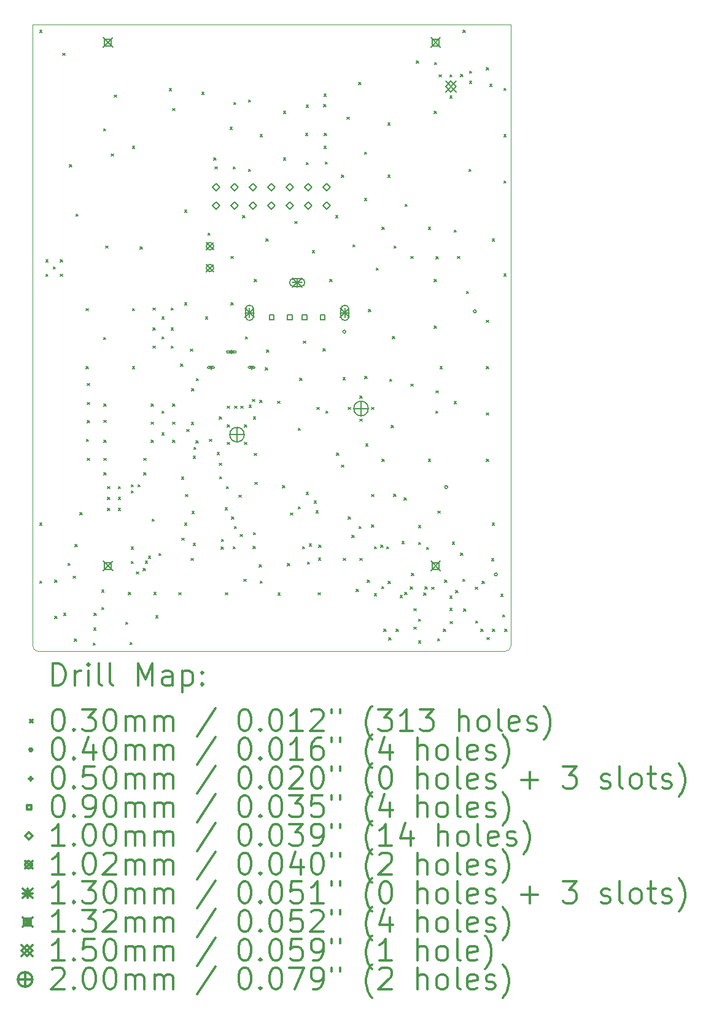
<source format=gbr>
%FSLAX45Y45*%
G04 Gerber Fmt 4.5, Leading zero omitted, Abs format (unit mm)*
G04 Created by KiCad (PCBNEW (5.1.6)-1) date 2022-05-13 20:51:28*
%MOMM*%
%LPD*%
G01*
G04 APERTURE LIST*
%TA.AperFunction,Profile*%
%ADD10C,0.050000*%
%TD*%
%ADD11C,0.200000*%
%ADD12C,0.300000*%
G04 APERTURE END LIST*
D10*
X11480000Y-14450000D02*
X17920000Y-14450000D01*
X11400000Y-5800000D02*
X18000000Y-5800000D01*
X11480000Y-14450000D02*
G75*
G02*
X11400000Y-14370000I0J80000D01*
G01*
X18000000Y-14370000D02*
G75*
G02*
X17920000Y-14450000I-80000J0D01*
G01*
X18000000Y-14370000D02*
X18000000Y-5800000D01*
X11400000Y-5800000D02*
X11400000Y-14370000D01*
D11*
X11499167Y-5879750D02*
X11529167Y-5909750D01*
X11529167Y-5879750D02*
X11499167Y-5909750D01*
X11499167Y-12679750D02*
X11529167Y-12709750D01*
X11529167Y-12679750D02*
X11499167Y-12709750D01*
X11499167Y-13479750D02*
X11529167Y-13509750D01*
X11529167Y-13479750D02*
X11499167Y-13509750D01*
X11585000Y-9045000D02*
X11615000Y-9075000D01*
X11615000Y-9045000D02*
X11585000Y-9075000D01*
X11585000Y-9245000D02*
X11615000Y-9275000D01*
X11615000Y-9245000D02*
X11585000Y-9275000D01*
X11685000Y-9145000D02*
X11715000Y-9175000D01*
X11715000Y-9145000D02*
X11685000Y-9175000D01*
X11705000Y-13465000D02*
X11735000Y-13495000D01*
X11735000Y-13465000D02*
X11705000Y-13495000D01*
X11705000Y-13965000D02*
X11735000Y-13995000D01*
X11735000Y-13965000D02*
X11705000Y-13995000D01*
X11785000Y-9045000D02*
X11815000Y-9075000D01*
X11815000Y-9045000D02*
X11785000Y-9075000D01*
X11785000Y-9245000D02*
X11815000Y-9275000D01*
X11815000Y-9245000D02*
X11785000Y-9275000D01*
X11819167Y-6199750D02*
X11849167Y-6229750D01*
X11849167Y-6199750D02*
X11819167Y-6229750D01*
X11828000Y-13926000D02*
X11858000Y-13956000D01*
X11858000Y-13926000D02*
X11828000Y-13956000D01*
X11887501Y-13234725D02*
X11917501Y-13264725D01*
X11917501Y-13234725D02*
X11887501Y-13264725D01*
X11910000Y-7735000D02*
X11940000Y-7765000D01*
X11940000Y-7735000D02*
X11910000Y-7765000D01*
X11960000Y-13410000D02*
X11990000Y-13440000D01*
X11990000Y-13410000D02*
X11960000Y-13440000D01*
X11979167Y-14279750D02*
X12009167Y-14309750D01*
X12009167Y-14279750D02*
X11979167Y-14309750D01*
X11985000Y-12975000D02*
X12015000Y-13005000D01*
X12015000Y-12975000D02*
X11985000Y-13005000D01*
X11998000Y-8415000D02*
X12028000Y-8445000D01*
X12028000Y-8415000D02*
X11998000Y-8445000D01*
X12055000Y-12535000D02*
X12085000Y-12565000D01*
X12085000Y-12535000D02*
X12055000Y-12565000D01*
X12139167Y-9719750D02*
X12169167Y-9749750D01*
X12169167Y-9719750D02*
X12139167Y-9749750D01*
X12139167Y-10519750D02*
X12169167Y-10549750D01*
X12169167Y-10519750D02*
X12139167Y-10549750D01*
X12145000Y-11525000D02*
X12175000Y-11555000D01*
X12175000Y-11525000D02*
X12145000Y-11555000D01*
X12155000Y-10755000D02*
X12185000Y-10785000D01*
X12185000Y-10755000D02*
X12155000Y-10785000D01*
X12155000Y-11015000D02*
X12185000Y-11045000D01*
X12185000Y-11015000D02*
X12155000Y-11045000D01*
X12155000Y-11265000D02*
X12185000Y-11295000D01*
X12185000Y-11265000D02*
X12155000Y-11295000D01*
X12155000Y-11785000D02*
X12185000Y-11815000D01*
X12185000Y-11785000D02*
X12155000Y-11815000D01*
X12235000Y-14335000D02*
X12265000Y-14365000D01*
X12265000Y-14335000D02*
X12235000Y-14365000D01*
X12245000Y-14125000D02*
X12275000Y-14155000D01*
X12275000Y-14125000D02*
X12245000Y-14155000D01*
X12246750Y-13924250D02*
X12276750Y-13954250D01*
X12276750Y-13924250D02*
X12246750Y-13954250D01*
X12353000Y-13600000D02*
X12383000Y-13630000D01*
X12383000Y-13600000D02*
X12353000Y-13630000D01*
X12355000Y-13845000D02*
X12385000Y-13875000D01*
X12385000Y-13845000D02*
X12355000Y-13875000D01*
X12379167Y-7239750D02*
X12409167Y-7269750D01*
X12409167Y-7239750D02*
X12379167Y-7269750D01*
X12379167Y-10119750D02*
X12409167Y-10149750D01*
X12409167Y-10119750D02*
X12379167Y-10149750D01*
X12385000Y-11035000D02*
X12415000Y-11065000D01*
X12415000Y-11035000D02*
X12385000Y-11065000D01*
X12385000Y-11260000D02*
X12415000Y-11290000D01*
X12415000Y-11260000D02*
X12385000Y-11290000D01*
X12385000Y-11535000D02*
X12415000Y-11565000D01*
X12415000Y-11535000D02*
X12385000Y-11565000D01*
X12385000Y-11785000D02*
X12415000Y-11815000D01*
X12415000Y-11785000D02*
X12385000Y-11815000D01*
X12385000Y-11985000D02*
X12415000Y-12015000D01*
X12415000Y-11985000D02*
X12385000Y-12015000D01*
X12410000Y-8856000D02*
X12440000Y-8886000D01*
X12440000Y-8856000D02*
X12410000Y-8886000D01*
X12435000Y-12175000D02*
X12465000Y-12205000D01*
X12465000Y-12175000D02*
X12435000Y-12205000D01*
X12435000Y-12325000D02*
X12465000Y-12355000D01*
X12465000Y-12325000D02*
X12435000Y-12355000D01*
X12435000Y-12475000D02*
X12465000Y-12505000D01*
X12465000Y-12475000D02*
X12435000Y-12505000D01*
X12485000Y-7585000D02*
X12515000Y-7615000D01*
X12515000Y-7585000D02*
X12485000Y-7615000D01*
X12527000Y-6774000D02*
X12557000Y-6804000D01*
X12557000Y-6774000D02*
X12527000Y-6804000D01*
X12585000Y-12175000D02*
X12615000Y-12205000D01*
X12615000Y-12175000D02*
X12585000Y-12205000D01*
X12585000Y-12325000D02*
X12615000Y-12355000D01*
X12615000Y-12325000D02*
X12585000Y-12355000D01*
X12585000Y-12475000D02*
X12615000Y-12505000D01*
X12615000Y-12475000D02*
X12585000Y-12505000D01*
X12685000Y-14045000D02*
X12715000Y-14075000D01*
X12715000Y-14045000D02*
X12685000Y-14075000D01*
X12725000Y-13635000D02*
X12755000Y-13665000D01*
X12755000Y-13635000D02*
X12725000Y-13665000D01*
X12745000Y-14325000D02*
X12775000Y-14355000D01*
X12775000Y-14325000D02*
X12745000Y-14355000D01*
X12759999Y-13010000D02*
X12789999Y-13040000D01*
X12789999Y-13010000D02*
X12759999Y-13040000D01*
X12760000Y-12235000D02*
X12790000Y-12265000D01*
X12790000Y-12235000D02*
X12760000Y-12265000D01*
X12760000Y-13210000D02*
X12790000Y-13240000D01*
X12790000Y-13210000D02*
X12760000Y-13240000D01*
X12763000Y-12150000D02*
X12793000Y-12180000D01*
X12793000Y-12150000D02*
X12763000Y-12180000D01*
X12779167Y-7479750D02*
X12809167Y-7509750D01*
X12809167Y-7479750D02*
X12779167Y-7509750D01*
X12779167Y-9719750D02*
X12809167Y-9749750D01*
X12809167Y-9719750D02*
X12779167Y-9749750D01*
X12779167Y-10519750D02*
X12809167Y-10549750D01*
X12809167Y-10519750D02*
X12779167Y-10549750D01*
X12831325Y-13352499D02*
X12861325Y-13382499D01*
X12861325Y-13352499D02*
X12831325Y-13382499D01*
X12854999Y-12150467D02*
X12884999Y-12180467D01*
X12884999Y-12150467D02*
X12854999Y-12180467D01*
X12885000Y-8867000D02*
X12915000Y-8897000D01*
X12915000Y-8867000D02*
X12885000Y-8897000D01*
X12925000Y-13305000D02*
X12955000Y-13335000D01*
X12955000Y-13305000D02*
X12925000Y-13335000D01*
X12935000Y-11785000D02*
X12965000Y-11815000D01*
X12965000Y-11785000D02*
X12935000Y-11815000D01*
X12935000Y-11985000D02*
X12965000Y-12015000D01*
X12965000Y-11985000D02*
X12935000Y-12015000D01*
X12955000Y-13205000D02*
X12985000Y-13235000D01*
X12985000Y-13205000D02*
X12955000Y-13235000D01*
X13000000Y-13137000D02*
X13030000Y-13167000D01*
X13030000Y-13137000D02*
X13000000Y-13167000D01*
X13035000Y-11035000D02*
X13065000Y-11065000D01*
X13065000Y-11035000D02*
X13035000Y-11065000D01*
X13035000Y-11285000D02*
X13065000Y-11315000D01*
X13065000Y-11285000D02*
X13035000Y-11315000D01*
X13035000Y-11535000D02*
X13065000Y-11565000D01*
X13065000Y-11535000D02*
X13035000Y-11565000D01*
X13050000Y-12624000D02*
X13080000Y-12654000D01*
X13080000Y-12624000D02*
X13050000Y-12654000D01*
X13060000Y-9710000D02*
X13090000Y-9740000D01*
X13090000Y-9710000D02*
X13060000Y-9740000D01*
X13060000Y-9985000D02*
X13090000Y-10015000D01*
X13090000Y-9985000D02*
X13060000Y-10015000D01*
X13060000Y-10235000D02*
X13090000Y-10265000D01*
X13090000Y-10235000D02*
X13060000Y-10265000D01*
X13075000Y-13635000D02*
X13105000Y-13665000D01*
X13105000Y-13635000D02*
X13075000Y-13665000D01*
X13099167Y-13959750D02*
X13129167Y-13989750D01*
X13129167Y-13959750D02*
X13099167Y-13989750D01*
X13141394Y-13099099D02*
X13171394Y-13129099D01*
X13171394Y-13099099D02*
X13141394Y-13129099D01*
X13185000Y-9835000D02*
X13215000Y-9865000D01*
X13215000Y-9835000D02*
X13185000Y-9865000D01*
X13185000Y-10110000D02*
X13215000Y-10140000D01*
X13215000Y-10110000D02*
X13185000Y-10140000D01*
X13185000Y-11135000D02*
X13215000Y-11165000D01*
X13215000Y-11135000D02*
X13185000Y-11165000D01*
X13185000Y-11435000D02*
X13215000Y-11465000D01*
X13215000Y-11435000D02*
X13185000Y-11465000D01*
X13285000Y-6685000D02*
X13315000Y-6715000D01*
X13315000Y-6685000D02*
X13285000Y-6715000D01*
X13310000Y-9710000D02*
X13340000Y-9740000D01*
X13340000Y-9710000D02*
X13310000Y-9740000D01*
X13310000Y-9985000D02*
X13340000Y-10015000D01*
X13340000Y-9985000D02*
X13310000Y-10015000D01*
X13310000Y-10235000D02*
X13340000Y-10265000D01*
X13340000Y-10235000D02*
X13310000Y-10265000D01*
X13335000Y-6960000D02*
X13365000Y-6990000D01*
X13365000Y-6960000D02*
X13335000Y-6990000D01*
X13335000Y-11035000D02*
X13365000Y-11065000D01*
X13365000Y-11035000D02*
X13335000Y-11065000D01*
X13335000Y-11285000D02*
X13365000Y-11315000D01*
X13365000Y-11285000D02*
X13335000Y-11315000D01*
X13335000Y-11535000D02*
X13365000Y-11565000D01*
X13365000Y-11535000D02*
X13335000Y-11565000D01*
X13419167Y-13639750D02*
X13449167Y-13669750D01*
X13449167Y-13639750D02*
X13419167Y-13669750D01*
X13445000Y-10485000D02*
X13475000Y-10515000D01*
X13475000Y-10485000D02*
X13445000Y-10515000D01*
X13455000Y-12045000D02*
X13485000Y-12075000D01*
X13485000Y-12045000D02*
X13455000Y-12075000D01*
X13460000Y-12885000D02*
X13490000Y-12915000D01*
X13490000Y-12885000D02*
X13460000Y-12915000D01*
X13499167Y-8359750D02*
X13529167Y-8389750D01*
X13529167Y-8359750D02*
X13499167Y-8389750D01*
X13499167Y-9639750D02*
X13529167Y-9669750D01*
X13529167Y-9639750D02*
X13499167Y-9669750D01*
X13499167Y-12679750D02*
X13529167Y-12709750D01*
X13529167Y-12679750D02*
X13499167Y-12709750D01*
X13510000Y-12285000D02*
X13540000Y-12315000D01*
X13540000Y-12285000D02*
X13510000Y-12315000D01*
X13527000Y-11388000D02*
X13557000Y-11418000D01*
X13557000Y-11388000D02*
X13527000Y-11418000D01*
X13579167Y-10279750D02*
X13609167Y-10309750D01*
X13609167Y-10279750D02*
X13579167Y-10309750D01*
X13587000Y-13168000D02*
X13617000Y-13198000D01*
X13617000Y-13168000D02*
X13587000Y-13198000D01*
X13589999Y-11290000D02*
X13619999Y-11320000D01*
X13619999Y-11290000D02*
X13589999Y-11320000D01*
X13595000Y-10825000D02*
X13625000Y-10855000D01*
X13625000Y-10825000D02*
X13595000Y-10855000D01*
X13600000Y-12517000D02*
X13630000Y-12547000D01*
X13630000Y-12517000D02*
X13600000Y-12547000D01*
X13615000Y-12960000D02*
X13645000Y-12990000D01*
X13645000Y-12960000D02*
X13615000Y-12990000D01*
X13617501Y-11755000D02*
X13647501Y-11785000D01*
X13647501Y-11755000D02*
X13617501Y-11785000D01*
X13625000Y-11635000D02*
X13655000Y-11665000D01*
X13655000Y-11635000D02*
X13625000Y-11665000D01*
X13655000Y-11545000D02*
X13685000Y-11575000D01*
X13685000Y-11545000D02*
X13655000Y-11575000D01*
X13660000Y-10685000D02*
X13690000Y-10715000D01*
X13690000Y-10685000D02*
X13660000Y-10715000D01*
X13735000Y-6735000D02*
X13765000Y-6765000D01*
X13765000Y-6735000D02*
X13735000Y-6765000D01*
X13785000Y-9835000D02*
X13815000Y-9865000D01*
X13815000Y-9835000D02*
X13785000Y-9865000D01*
X13819167Y-8679750D02*
X13849167Y-8709750D01*
X13849167Y-8679750D02*
X13819167Y-8709750D01*
X13842499Y-11525000D02*
X13872499Y-11555000D01*
X13872499Y-11525000D02*
X13842499Y-11555000D01*
X13899167Y-7639750D02*
X13929167Y-7669750D01*
X13929167Y-7639750D02*
X13899167Y-7669750D01*
X13915000Y-7765000D02*
X13945000Y-7795000D01*
X13945000Y-7765000D02*
X13915000Y-7795000D01*
X13945000Y-11705000D02*
X13975000Y-11735000D01*
X13975000Y-11705000D02*
X13945000Y-11735000D01*
X13975000Y-11215000D02*
X14005000Y-11245000D01*
X14005000Y-11215000D02*
X13975000Y-11245000D01*
X13975000Y-11855000D02*
X14005000Y-11885000D01*
X14005000Y-11855000D02*
X13975000Y-11885000D01*
X13979167Y-12039750D02*
X14009167Y-12069750D01*
X14009167Y-12039750D02*
X13979167Y-12069750D01*
X14002499Y-13007501D02*
X14032499Y-13037501D01*
X14032499Y-13007501D02*
X14002499Y-13037501D01*
X14005000Y-12905000D02*
X14035000Y-12935000D01*
X14035000Y-12905000D02*
X14005000Y-12935000D01*
X14058000Y-12469000D02*
X14088000Y-12499000D01*
X14088000Y-12469000D02*
X14058000Y-12499000D01*
X14059167Y-13639750D02*
X14089167Y-13669750D01*
X14089167Y-13639750D02*
X14059167Y-13669750D01*
X14075000Y-12175000D02*
X14105000Y-12205000D01*
X14105000Y-12175000D02*
X14075000Y-12205000D01*
X14085000Y-11065000D02*
X14115000Y-11095000D01*
X14115000Y-11065000D02*
X14085000Y-11095000D01*
X14085000Y-11325000D02*
X14115000Y-11355000D01*
X14115000Y-11325000D02*
X14085000Y-11355000D01*
X14085000Y-11565000D02*
X14115000Y-11595000D01*
X14115000Y-11565000D02*
X14085000Y-11595000D01*
X14125000Y-7218000D02*
X14155000Y-7248000D01*
X14155000Y-7218000D02*
X14125000Y-7248000D01*
X14139167Y-8999750D02*
X14169167Y-9029750D01*
X14169167Y-8999750D02*
X14139167Y-9029750D01*
X14139167Y-9639750D02*
X14169167Y-9669750D01*
X14169167Y-9639750D02*
X14139167Y-9669750D01*
X14145000Y-12595000D02*
X14175000Y-12625000D01*
X14175000Y-12595000D02*
X14145000Y-12625000D01*
X14165000Y-7765000D02*
X14195000Y-7795000D01*
X14195000Y-7765000D02*
X14165000Y-7795000D01*
X14165000Y-13005000D02*
X14195000Y-13035000D01*
X14195000Y-13005000D02*
X14165000Y-13035000D01*
X14175000Y-6875000D02*
X14205000Y-6905000D01*
X14205000Y-6875000D02*
X14175000Y-6905000D01*
X14185000Y-12725000D02*
X14215000Y-12755000D01*
X14215000Y-12725000D02*
X14185000Y-12755000D01*
X14187500Y-11065000D02*
X14217500Y-11095000D01*
X14217500Y-11065000D02*
X14187500Y-11095000D01*
X14245000Y-12295000D02*
X14275000Y-12325000D01*
X14275000Y-12295000D02*
X14245000Y-12325000D01*
X14265000Y-12835000D02*
X14295000Y-12865000D01*
X14295000Y-12835000D02*
X14265000Y-12865000D01*
X14272500Y-11065000D02*
X14302500Y-11095000D01*
X14302500Y-11065000D02*
X14272500Y-11095000D01*
X14299167Y-8439750D02*
X14329167Y-8469750D01*
X14329167Y-8439750D02*
X14299167Y-8469750D01*
X14315000Y-13455000D02*
X14345000Y-13485000D01*
X14345000Y-13455000D02*
X14315000Y-13485000D01*
X14325000Y-11325000D02*
X14355000Y-11355000D01*
X14355000Y-11325000D02*
X14325000Y-11355000D01*
X14325000Y-11565000D02*
X14355000Y-11595000D01*
X14355000Y-11565000D02*
X14325000Y-11595000D01*
X14335000Y-10110000D02*
X14365000Y-10140000D01*
X14365000Y-10110000D02*
X14335000Y-10140000D01*
X14379167Y-6839750D02*
X14409167Y-6869750D01*
X14409167Y-6839750D02*
X14379167Y-6869750D01*
X14379167Y-7799750D02*
X14409167Y-7829750D01*
X14409167Y-7799750D02*
X14379167Y-7829750D01*
X14385000Y-11055000D02*
X14415000Y-11085000D01*
X14415000Y-11055000D02*
X14385000Y-11085000D01*
X14435000Y-10975000D02*
X14465000Y-11005000D01*
X14465000Y-10975000D02*
X14435000Y-11005000D01*
X14441000Y-13002000D02*
X14471000Y-13032000D01*
X14471000Y-13002000D02*
X14441000Y-13032000D01*
X14445000Y-11215000D02*
X14475000Y-11245000D01*
X14475000Y-11215000D02*
X14445000Y-11245000D01*
X14447000Y-12810000D02*
X14477000Y-12840000D01*
X14477000Y-12810000D02*
X14447000Y-12840000D01*
X14459167Y-9319750D02*
X14489167Y-9349750D01*
X14489167Y-9319750D02*
X14459167Y-9349750D01*
X14459167Y-11719750D02*
X14489167Y-11749750D01*
X14489167Y-11719750D02*
X14459167Y-11749750D01*
X14465000Y-12115000D02*
X14495000Y-12145000D01*
X14495000Y-12115000D02*
X14465000Y-12145000D01*
X14525000Y-13255000D02*
X14555000Y-13285000D01*
X14555000Y-13255000D02*
X14525000Y-13285000D01*
X14535000Y-10985000D02*
X14565000Y-11015000D01*
X14565000Y-10985000D02*
X14535000Y-11015000D01*
X14539167Y-7319750D02*
X14569167Y-7349750D01*
X14569167Y-7319750D02*
X14539167Y-7349750D01*
X14539167Y-13479750D02*
X14569167Y-13509750D01*
X14569167Y-13479750D02*
X14539167Y-13509750D01*
X14610000Y-10535000D02*
X14640000Y-10565000D01*
X14640000Y-10535000D02*
X14610000Y-10565000D01*
X14619167Y-8759750D02*
X14649167Y-8789750D01*
X14649167Y-8759750D02*
X14619167Y-8789750D01*
X14630000Y-10290000D02*
X14660000Y-10320000D01*
X14660000Y-10290000D02*
X14630000Y-10320000D01*
X14779167Y-10999750D02*
X14809167Y-11029750D01*
X14809167Y-10999750D02*
X14779167Y-11029750D01*
X14785000Y-13645000D02*
X14815000Y-13675000D01*
X14815000Y-13645000D02*
X14785000Y-13675000D01*
X14847000Y-12165000D02*
X14877000Y-12195000D01*
X14877000Y-12165000D02*
X14847000Y-12195000D01*
X14859167Y-6999750D02*
X14889167Y-7029750D01*
X14889167Y-6999750D02*
X14859167Y-7029750D01*
X14859167Y-7639750D02*
X14889167Y-7669750D01*
X14889167Y-7639750D02*
X14859167Y-7669750D01*
X14916000Y-13237000D02*
X14946000Y-13267000D01*
X14946000Y-13237000D02*
X14916000Y-13267000D01*
X14959999Y-12540001D02*
X14989999Y-12570001D01*
X14989999Y-12540001D02*
X14959999Y-12570001D01*
X15019167Y-8519750D02*
X15049167Y-8549750D01*
X15049167Y-8519750D02*
X15019167Y-8549750D01*
X15065000Y-11370000D02*
X15095000Y-11400000D01*
X15095000Y-11370000D02*
X15065000Y-11400000D01*
X15065000Y-12455000D02*
X15095000Y-12485000D01*
X15095000Y-12455000D02*
X15065000Y-12485000D01*
X15085000Y-10680000D02*
X15115000Y-10710000D01*
X15115000Y-10680000D02*
X15085000Y-10710000D01*
X15125000Y-13005000D02*
X15155000Y-13035000D01*
X15155000Y-13005000D02*
X15125000Y-13035000D01*
X15135000Y-10170000D02*
X15165000Y-10200000D01*
X15165000Y-10170000D02*
X15135000Y-10200000D01*
X15165000Y-7305000D02*
X15195000Y-7335000D01*
X15195000Y-7305000D02*
X15165000Y-7335000D01*
X15175000Y-6915000D02*
X15205000Y-6945000D01*
X15205000Y-6915000D02*
X15175000Y-6945000D01*
X15175000Y-7705000D02*
X15205000Y-7735000D01*
X15205000Y-7705000D02*
X15175000Y-7735000D01*
X15175000Y-12255000D02*
X15205000Y-12285000D01*
X15205000Y-12255000D02*
X15175000Y-12285000D01*
X15191000Y-13216000D02*
X15221000Y-13246000D01*
X15221000Y-13216000D02*
X15191000Y-13246000D01*
X15215000Y-12965000D02*
X15245000Y-12995000D01*
X15245000Y-12965000D02*
X15215000Y-12995000D01*
X15259167Y-8919750D02*
X15289167Y-8949750D01*
X15289167Y-8919750D02*
X15259167Y-8949750D01*
X15285000Y-12375000D02*
X15315000Y-12405000D01*
X15315000Y-12375000D02*
X15285000Y-12405000D01*
X15309000Y-12509000D02*
X15339000Y-12539000D01*
X15339000Y-12509000D02*
X15309000Y-12539000D01*
X15323000Y-11083999D02*
X15353000Y-11113999D01*
X15353000Y-11083999D02*
X15323000Y-11113999D01*
X15339167Y-13639750D02*
X15369167Y-13669750D01*
X15369167Y-13639750D02*
X15339167Y-13669750D01*
X15343000Y-13160000D02*
X15373000Y-13190000D01*
X15373000Y-13160000D02*
X15343000Y-13190000D01*
X15348000Y-12984000D02*
X15378000Y-13014000D01*
X15378000Y-12984000D02*
X15348000Y-13014000D01*
X15405000Y-10275000D02*
X15435000Y-10305000D01*
X15435000Y-10275000D02*
X15405000Y-10305000D01*
X15415000Y-6905000D02*
X15445000Y-6935000D01*
X15445000Y-6905000D02*
X15415000Y-6935000D01*
X15419167Y-6759750D02*
X15449167Y-6789750D01*
X15449167Y-6759750D02*
X15419167Y-6789750D01*
X15419167Y-7479750D02*
X15449167Y-7509750D01*
X15449167Y-7479750D02*
X15419167Y-7509750D01*
X15425000Y-7305000D02*
X15455000Y-7335000D01*
X15455000Y-7305000D02*
X15425000Y-7335000D01*
X15435000Y-7695000D02*
X15465000Y-7725000D01*
X15465000Y-7695000D02*
X15435000Y-7725000D01*
X15445000Y-11135000D02*
X15475000Y-11165000D01*
X15475000Y-11135000D02*
X15445000Y-11165000D01*
X15499167Y-9319750D02*
X15529167Y-9349750D01*
X15529167Y-9319750D02*
X15499167Y-9349750D01*
X15579167Y-8439750D02*
X15609167Y-8469750D01*
X15609167Y-8439750D02*
X15579167Y-8469750D01*
X15595000Y-11715000D02*
X15625000Y-11745000D01*
X15625000Y-11715000D02*
X15595000Y-11745000D01*
X15659167Y-7879750D02*
X15689167Y-7909750D01*
X15689167Y-7879750D02*
X15659167Y-7909750D01*
X15659167Y-11879750D02*
X15689167Y-11909750D01*
X15689167Y-11879750D02*
X15659167Y-11909750D01*
X15683000Y-10673000D02*
X15713000Y-10703000D01*
X15713000Y-10673000D02*
X15683000Y-10703000D01*
X15685000Y-13165000D02*
X15715000Y-13195000D01*
X15715000Y-13165000D02*
X15685000Y-13195000D01*
X15739167Y-7079750D02*
X15769167Y-7109750D01*
X15769167Y-7079750D02*
X15739167Y-7109750D01*
X15755000Y-11085000D02*
X15785000Y-11115000D01*
X15785000Y-11085000D02*
X15755000Y-11115000D01*
X15755000Y-12595000D02*
X15785000Y-12625000D01*
X15785000Y-12595000D02*
X15755000Y-12625000D01*
X15803000Y-12849000D02*
X15833000Y-12879000D01*
X15833000Y-12849000D02*
X15803000Y-12879000D01*
X15819167Y-8839750D02*
X15849167Y-8869750D01*
X15849167Y-8839750D02*
X15819167Y-8869750D01*
X15865000Y-13595000D02*
X15895000Y-13625000D01*
X15895000Y-13595000D02*
X15865000Y-13625000D01*
X15899167Y-6599750D02*
X15929167Y-6629750D01*
X15929167Y-6599750D02*
X15899167Y-6629750D01*
X15903000Y-12724000D02*
X15933000Y-12754000D01*
X15933000Y-12724000D02*
X15903000Y-12754000D01*
X15915000Y-10925000D02*
X15945000Y-10955000D01*
X15945000Y-10925000D02*
X15915000Y-10955000D01*
X15915000Y-11245000D02*
X15945000Y-11275000D01*
X15945000Y-11245000D02*
X15915000Y-11275000D01*
X15915000Y-13165000D02*
X15945000Y-13195000D01*
X15945000Y-13165000D02*
X15915000Y-13195000D01*
X15979167Y-7559750D02*
X16009167Y-7589750D01*
X16009167Y-7559750D02*
X15979167Y-7589750D01*
X15979167Y-8199750D02*
X16009167Y-8229750D01*
X16009167Y-8199750D02*
X15979167Y-8229750D01*
X15985000Y-10655000D02*
X16015000Y-10685000D01*
X16015000Y-10655000D02*
X15985000Y-10685000D01*
X15996000Y-11585000D02*
X16026000Y-11615000D01*
X16026000Y-11585000D02*
X15996000Y-11615000D01*
X16015000Y-13465000D02*
X16045000Y-13495000D01*
X16045000Y-13465000D02*
X16015000Y-13495000D01*
X16035000Y-9735000D02*
X16065000Y-9765000D01*
X16065000Y-9735000D02*
X16035000Y-9765000D01*
X16075000Y-11085000D02*
X16105000Y-11115000D01*
X16105000Y-11085000D02*
X16075000Y-11115000D01*
X16075000Y-12285000D02*
X16105000Y-12315000D01*
X16105000Y-12285000D02*
X16075000Y-12315000D01*
X16075000Y-12705000D02*
X16105000Y-12735000D01*
X16105000Y-12705000D02*
X16075000Y-12735000D01*
X16115000Y-13655000D02*
X16145000Y-13685000D01*
X16145000Y-13655000D02*
X16115000Y-13685000D01*
X16115000Y-13005000D02*
X16145000Y-13035000D01*
X16145000Y-13005000D02*
X16115000Y-13035000D01*
X16139167Y-9159750D02*
X16169167Y-9189750D01*
X16169167Y-9159750D02*
X16139167Y-9189750D01*
X16205000Y-12985000D02*
X16235000Y-13015000D01*
X16235000Y-12985000D02*
X16205000Y-13015000D01*
X16215000Y-13555000D02*
X16245000Y-13585000D01*
X16245000Y-13555000D02*
X16215000Y-13585000D01*
X16219167Y-8599750D02*
X16249167Y-8629750D01*
X16249167Y-8599750D02*
X16219167Y-8629750D01*
X16219167Y-11799750D02*
X16249167Y-11829750D01*
X16249167Y-11799750D02*
X16219167Y-11829750D01*
X16245000Y-14145000D02*
X16275000Y-14175000D01*
X16275000Y-14145000D02*
X16245000Y-14175000D01*
X16285000Y-13005000D02*
X16315000Y-13035000D01*
X16315000Y-13005000D02*
X16285000Y-13035000D01*
X16299167Y-7159750D02*
X16329167Y-7189750D01*
X16329167Y-7159750D02*
X16299167Y-7189750D01*
X16299167Y-7879750D02*
X16329167Y-7909750D01*
X16329167Y-7879750D02*
X16299167Y-7909750D01*
X16305000Y-13485000D02*
X16335000Y-13515000D01*
X16335000Y-13485000D02*
X16305000Y-13515000D01*
X16311605Y-14260809D02*
X16341605Y-14290809D01*
X16341605Y-14260809D02*
X16311605Y-14290809D01*
X16325000Y-10695000D02*
X16355000Y-10725000D01*
X16355000Y-10695000D02*
X16325000Y-10725000D01*
X16345000Y-11335000D02*
X16375000Y-11365000D01*
X16375000Y-11335000D02*
X16345000Y-11365000D01*
X16365000Y-10105000D02*
X16395000Y-10135000D01*
X16395000Y-10105000D02*
X16365000Y-10135000D01*
X16379167Y-12279750D02*
X16409167Y-12309750D01*
X16409167Y-12279750D02*
X16379167Y-12309750D01*
X16385000Y-8855000D02*
X16415000Y-8885000D01*
X16415000Y-8855000D02*
X16385000Y-8885000D01*
X16415000Y-14145000D02*
X16445000Y-14175000D01*
X16445000Y-14145000D02*
X16415000Y-14175000D01*
X16468435Y-13679377D02*
X16498435Y-13709377D01*
X16498435Y-13679377D02*
X16468435Y-13709377D01*
X16495000Y-12935000D02*
X16525000Y-12965000D01*
X16525000Y-12935000D02*
X16495000Y-12965000D01*
X16523000Y-12333000D02*
X16553000Y-12363000D01*
X16553000Y-12333000D02*
X16523000Y-12363000D01*
X16535001Y-13634999D02*
X16565001Y-13664999D01*
X16565001Y-13634999D02*
X16535001Y-13664999D01*
X16539167Y-8279750D02*
X16569167Y-8309750D01*
X16569167Y-8279750D02*
X16539167Y-8309750D01*
X16610000Y-13560000D02*
X16640000Y-13590000D01*
X16640000Y-13560000D02*
X16610000Y-13590000D01*
X16619167Y-8999750D02*
X16649167Y-9029750D01*
X16649167Y-8999750D02*
X16619167Y-9029750D01*
X16619167Y-10759750D02*
X16649167Y-10789750D01*
X16649167Y-10759750D02*
X16619167Y-10789750D01*
X16625000Y-13375000D02*
X16655000Y-13405000D01*
X16655000Y-13375000D02*
X16625000Y-13405000D01*
X16658500Y-14112500D02*
X16688500Y-14142500D01*
X16688500Y-14112500D02*
X16658500Y-14142500D01*
X16660000Y-13860000D02*
X16690000Y-13890000D01*
X16690000Y-13860000D02*
X16660000Y-13890000D01*
X16695000Y-6305000D02*
X16725000Y-6335000D01*
X16725000Y-6305000D02*
X16695000Y-6335000D01*
X16725000Y-12715000D02*
X16755000Y-12745000D01*
X16755000Y-12715000D02*
X16725000Y-12745000D01*
X16725000Y-12945000D02*
X16755000Y-12975000D01*
X16755000Y-12945000D02*
X16725000Y-12975000D01*
X16725000Y-14005000D02*
X16755000Y-14035000D01*
X16755000Y-14005000D02*
X16725000Y-14035000D01*
X16725000Y-14305000D02*
X16755000Y-14335000D01*
X16755000Y-14305000D02*
X16725000Y-14335000D01*
X16795000Y-13645000D02*
X16825000Y-13675000D01*
X16825000Y-13645000D02*
X16795000Y-13675000D01*
X16813000Y-13558000D02*
X16843000Y-13588000D01*
X16843000Y-13558000D02*
X16813000Y-13588000D01*
X16835000Y-13015000D02*
X16865000Y-13045000D01*
X16865000Y-13015000D02*
X16835000Y-13045000D01*
X16859167Y-8599750D02*
X16889167Y-8629750D01*
X16889167Y-8599750D02*
X16859167Y-8629750D01*
X16859167Y-11799750D02*
X16889167Y-11829750D01*
X16889167Y-11799750D02*
X16859167Y-11829750D01*
X16905000Y-13565000D02*
X16935000Y-13595000D01*
X16935000Y-13565000D02*
X16905000Y-13595000D01*
X16939167Y-6999750D02*
X16969167Y-7029750D01*
X16969167Y-6999750D02*
X16939167Y-7029750D01*
X16939167Y-9319750D02*
X16969167Y-9349750D01*
X16969167Y-9319750D02*
X16939167Y-9349750D01*
X16939167Y-9959750D02*
X16969167Y-9989750D01*
X16969167Y-9959750D02*
X16939167Y-9989750D01*
X16945000Y-6325000D02*
X16975000Y-6355000D01*
X16975000Y-6325000D02*
X16945000Y-6355000D01*
X16960000Y-11135000D02*
X16990000Y-11165000D01*
X16990000Y-11135000D02*
X16960000Y-11165000D01*
X16965000Y-9005000D02*
X16995000Y-9035000D01*
X16995000Y-9005000D02*
X16965000Y-9035000D01*
X16965000Y-10855000D02*
X16995000Y-10885000D01*
X16995000Y-10855000D02*
X16965000Y-10885000D01*
X16984679Y-14275431D02*
X17014679Y-14305431D01*
X17014679Y-14275431D02*
X16984679Y-14305431D01*
X16989000Y-12516000D02*
X17019000Y-12546000D01*
X17019000Y-12516000D02*
X16989000Y-12546000D01*
X17005000Y-6495000D02*
X17035000Y-6525000D01*
X17035000Y-6495000D02*
X17005000Y-6525000D01*
X17019167Y-10519750D02*
X17049167Y-10549750D01*
X17049167Y-10519750D02*
X17019167Y-10549750D01*
X17065000Y-14145000D02*
X17095000Y-14175000D01*
X17095000Y-14145000D02*
X17065000Y-14175000D01*
X17085000Y-13465000D02*
X17115000Y-13495000D01*
X17115000Y-13465000D02*
X17085000Y-13495000D01*
X17155000Y-6495000D02*
X17185000Y-6525000D01*
X17185000Y-6495000D02*
X17155000Y-6525000D01*
X17155000Y-6785000D02*
X17185000Y-6815000D01*
X17185000Y-6785000D02*
X17155000Y-6815000D01*
X17155000Y-13685000D02*
X17185000Y-13715000D01*
X17185000Y-13685000D02*
X17155000Y-13715000D01*
X17155000Y-13855000D02*
X17185000Y-13885000D01*
X17185000Y-13855000D02*
X17155000Y-13885000D01*
X17161000Y-14038000D02*
X17191000Y-14068000D01*
X17191000Y-14038000D02*
X17161000Y-14068000D01*
X17190500Y-12943000D02*
X17220500Y-12973000D01*
X17220500Y-12943000D02*
X17190500Y-12973000D01*
X17215000Y-8635000D02*
X17245000Y-8665000D01*
X17245000Y-8635000D02*
X17215000Y-8665000D01*
X17215000Y-11005000D02*
X17245000Y-11035000D01*
X17245000Y-11005000D02*
X17215000Y-11035000D01*
X17235000Y-13610000D02*
X17265000Y-13640000D01*
X17265000Y-13610000D02*
X17235000Y-13640000D01*
X17259167Y-8999750D02*
X17289167Y-9029750D01*
X17289167Y-8999750D02*
X17259167Y-9029750D01*
X17305000Y-6489000D02*
X17335000Y-6519000D01*
X17335000Y-6489000D02*
X17305000Y-6519000D01*
X17305000Y-13095000D02*
X17335000Y-13125000D01*
X17335000Y-13095000D02*
X17305000Y-13125000D01*
X17335000Y-13455000D02*
X17365000Y-13485000D01*
X17365000Y-13455000D02*
X17335000Y-13485000D01*
X17339167Y-5879750D02*
X17369167Y-5909750D01*
X17369167Y-5879750D02*
X17339167Y-5909750D01*
X17345000Y-13865000D02*
X17375000Y-13895000D01*
X17375000Y-13865000D02*
X17345000Y-13895000D01*
X17385000Y-9485000D02*
X17415000Y-9515000D01*
X17415000Y-9485000D02*
X17385000Y-9515000D01*
X17419167Y-7799750D02*
X17449167Y-7829750D01*
X17449167Y-7799750D02*
X17419167Y-7829750D01*
X17425000Y-6445000D02*
X17455000Y-6475000D01*
X17455000Y-6445000D02*
X17425000Y-6475000D01*
X17425000Y-6585000D02*
X17455000Y-6615000D01*
X17455000Y-6585000D02*
X17425000Y-6615000D01*
X17505000Y-13565000D02*
X17535000Y-13595000D01*
X17535000Y-13565000D02*
X17505000Y-13595000D01*
X17511250Y-14031250D02*
X17541250Y-14061250D01*
X17541250Y-14031250D02*
X17511250Y-14061250D01*
X17585000Y-14145000D02*
X17615000Y-14175000D01*
X17615000Y-14145000D02*
X17585000Y-14175000D01*
X17600000Y-13485000D02*
X17630000Y-13515000D01*
X17630000Y-13485000D02*
X17600000Y-13515000D01*
X17659167Y-6395000D02*
X17689167Y-6425000D01*
X17689167Y-6395000D02*
X17659167Y-6425000D01*
X17659167Y-9879750D02*
X17689167Y-9909750D01*
X17689167Y-9879750D02*
X17659167Y-9909750D01*
X17659167Y-10519750D02*
X17689167Y-10549750D01*
X17689167Y-10519750D02*
X17659167Y-10549750D01*
X17659167Y-11159750D02*
X17689167Y-11189750D01*
X17689167Y-11159750D02*
X17659167Y-11189750D01*
X17659167Y-11799750D02*
X17689167Y-11829750D01*
X17689167Y-11799750D02*
X17659167Y-11829750D01*
X17667036Y-14256469D02*
X17697036Y-14286469D01*
X17697036Y-14256469D02*
X17667036Y-14286469D01*
X17705000Y-6625000D02*
X17735000Y-6655000D01*
X17735000Y-6625000D02*
X17705000Y-6655000D01*
X17732000Y-13169000D02*
X17762000Y-13199000D01*
X17762000Y-13169000D02*
X17732000Y-13199000D01*
X17739167Y-8759750D02*
X17769167Y-8789750D01*
X17769167Y-8759750D02*
X17739167Y-8789750D01*
X17739167Y-12679750D02*
X17769167Y-12709750D01*
X17769167Y-12679750D02*
X17739167Y-12709750D01*
X17745000Y-14145000D02*
X17775000Y-14175000D01*
X17775000Y-14145000D02*
X17745000Y-14175000D01*
X17858999Y-13660000D02*
X17888999Y-13690000D01*
X17888999Y-13660000D02*
X17858999Y-13690000D01*
X17885000Y-13944999D02*
X17915000Y-13974999D01*
X17915000Y-13944999D02*
X17885000Y-13974999D01*
X17899167Y-6679750D02*
X17929167Y-6709750D01*
X17929167Y-6679750D02*
X17899167Y-6709750D01*
X17899167Y-7319750D02*
X17929167Y-7349750D01*
X17929167Y-7319750D02*
X17899167Y-7349750D01*
X17899167Y-7959750D02*
X17929167Y-7989750D01*
X17929167Y-7959750D02*
X17899167Y-7989750D01*
X17899167Y-9239750D02*
X17929167Y-9269750D01*
X17929167Y-9239750D02*
X17899167Y-9269750D01*
X17915000Y-14145000D02*
X17945000Y-14175000D01*
X17945000Y-14145000D02*
X17915000Y-14175000D01*
X15720000Y-10040000D02*
G75*
G03*
X15720000Y-10040000I-20000J0D01*
G01*
X17124000Y-12183000D02*
G75*
G03*
X17124000Y-12183000I-20000J0D01*
G01*
X17520000Y-9760000D02*
G75*
G03*
X17520000Y-9760000I-20000J0D01*
G01*
X17810000Y-13390000D02*
G75*
G03*
X17810000Y-13390000I-20000J0D01*
G01*
X13860000Y-10507500D02*
X13860000Y-10557500D01*
X13835000Y-10532500D02*
X13885000Y-10532500D01*
X13895000Y-10517500D02*
X13825000Y-10517500D01*
X13895000Y-10547500D02*
X13825000Y-10547500D01*
X13825000Y-10517500D02*
G75*
G03*
X13825000Y-10547500I0J-15000D01*
G01*
X13895000Y-10547500D02*
G75*
G03*
X13895000Y-10517500I0J15000D01*
G01*
X14140000Y-10292500D02*
X14140000Y-10342500D01*
X14115000Y-10317500D02*
X14165000Y-10317500D01*
X14195000Y-10302500D02*
X14085000Y-10302500D01*
X14195000Y-10332500D02*
X14085000Y-10332500D01*
X14085000Y-10302500D02*
G75*
G03*
X14085000Y-10332500I0J-15000D01*
G01*
X14195000Y-10332500D02*
G75*
G03*
X14195000Y-10302500I0J15000D01*
G01*
X14420000Y-10507500D02*
X14420000Y-10557500D01*
X14395000Y-10532500D02*
X14445000Y-10532500D01*
X14455000Y-10517500D02*
X14385000Y-10517500D01*
X14455000Y-10547500D02*
X14385000Y-10547500D01*
X14385000Y-10517500D02*
G75*
G03*
X14385000Y-10547500I0J-15000D01*
G01*
X14455000Y-10547500D02*
G75*
G03*
X14455000Y-10517500I0J15000D01*
G01*
X14731820Y-9871820D02*
X14731820Y-9808180D01*
X14668180Y-9808180D01*
X14668180Y-9871820D01*
X14731820Y-9871820D01*
X14981820Y-9871820D02*
X14981820Y-9808180D01*
X14918180Y-9808180D01*
X14918180Y-9871820D01*
X14981820Y-9871820D01*
X15181820Y-9871820D02*
X15181820Y-9808180D01*
X15118180Y-9808180D01*
X15118180Y-9871820D01*
X15181820Y-9871820D01*
X15431820Y-9871820D02*
X15431820Y-9808180D01*
X15368180Y-9808180D01*
X15368180Y-9871820D01*
X15431820Y-9871820D01*
X13933500Y-8098500D02*
X13983500Y-8048500D01*
X13933500Y-7998500D01*
X13883500Y-8048500D01*
X13933500Y-8098500D01*
X13933500Y-8352500D02*
X13983500Y-8302500D01*
X13933500Y-8252500D01*
X13883500Y-8302500D01*
X13933500Y-8352500D01*
X14187500Y-8098500D02*
X14237500Y-8048500D01*
X14187500Y-7998500D01*
X14137500Y-8048500D01*
X14187500Y-8098500D01*
X14187500Y-8352500D02*
X14237500Y-8302500D01*
X14187500Y-8252500D01*
X14137500Y-8302500D01*
X14187500Y-8352500D01*
X14441500Y-8098500D02*
X14491500Y-8048500D01*
X14441500Y-7998500D01*
X14391500Y-8048500D01*
X14441500Y-8098500D01*
X14441500Y-8352500D02*
X14491500Y-8302500D01*
X14441500Y-8252500D01*
X14391500Y-8302500D01*
X14441500Y-8352500D01*
X14695500Y-8098500D02*
X14745500Y-8048500D01*
X14695500Y-7998500D01*
X14645500Y-8048500D01*
X14695500Y-8098500D01*
X14695500Y-8352500D02*
X14745500Y-8302500D01*
X14695500Y-8252500D01*
X14645500Y-8302500D01*
X14695500Y-8352500D01*
X14949500Y-8098500D02*
X14999500Y-8048500D01*
X14949500Y-7998500D01*
X14899500Y-8048500D01*
X14949500Y-8098500D01*
X14949500Y-8352500D02*
X14999500Y-8302500D01*
X14949500Y-8252500D01*
X14899500Y-8302500D01*
X14949500Y-8352500D01*
X15203500Y-8098500D02*
X15253500Y-8048500D01*
X15203500Y-7998500D01*
X15153500Y-8048500D01*
X15203500Y-8098500D01*
X15203500Y-8352500D02*
X15253500Y-8302500D01*
X15203500Y-8252500D01*
X15153500Y-8302500D01*
X15203500Y-8352500D01*
X15457500Y-8098500D02*
X15507500Y-8048500D01*
X15457500Y-7998500D01*
X15407500Y-8048500D01*
X15457500Y-8098500D01*
X15457500Y-8352500D02*
X15507500Y-8302500D01*
X15457500Y-8252500D01*
X15407500Y-8302500D01*
X15457500Y-8352500D01*
X13795000Y-8810000D02*
X13897000Y-8912000D01*
X13897000Y-8810000D02*
X13795000Y-8912000D01*
X13897000Y-8861000D02*
G75*
G03*
X13897000Y-8861000I-51000J0D01*
G01*
X13795000Y-9110000D02*
X13897000Y-9212000D01*
X13897000Y-9110000D02*
X13795000Y-9212000D01*
X13897000Y-9161000D02*
G75*
G03*
X13897000Y-9161000I-51000J0D01*
G01*
X14328000Y-9715000D02*
X14458000Y-9845000D01*
X14458000Y-9715000D02*
X14328000Y-9845000D01*
X14393000Y-9715000D02*
X14393000Y-9845000D01*
X14328000Y-9780000D02*
X14458000Y-9780000D01*
X14448000Y-9830000D02*
X14448000Y-9730000D01*
X14338000Y-9830000D02*
X14338000Y-9730000D01*
X14448000Y-9730000D02*
G75*
G03*
X14338000Y-9730000I-55000J0D01*
G01*
X14338000Y-9830000D02*
G75*
G03*
X14448000Y-9830000I55000J0D01*
G01*
X14985000Y-9297000D02*
X15115000Y-9427000D01*
X15115000Y-9297000D02*
X14985000Y-9427000D01*
X15050000Y-9297000D02*
X15050000Y-9427000D01*
X14985000Y-9362000D02*
X15115000Y-9362000D01*
X15000000Y-9417000D02*
X15100000Y-9417000D01*
X15000000Y-9307000D02*
X15100000Y-9307000D01*
X15100000Y-9417000D02*
G75*
G03*
X15100000Y-9307000I0J55000D01*
G01*
X15000000Y-9307000D02*
G75*
G03*
X15000000Y-9417000I0J-55000D01*
G01*
X15642000Y-9715000D02*
X15772000Y-9845000D01*
X15772000Y-9715000D02*
X15642000Y-9845000D01*
X15707000Y-9715000D02*
X15707000Y-9845000D01*
X15642000Y-9780000D02*
X15772000Y-9780000D01*
X15652000Y-9730000D02*
X15652000Y-9830000D01*
X15762000Y-9730000D02*
X15762000Y-9830000D01*
X15652000Y-9830000D02*
G75*
G03*
X15762000Y-9830000I55000J0D01*
G01*
X15762000Y-9730000D02*
G75*
G03*
X15652000Y-9730000I-55000J0D01*
G01*
X16894000Y-5983000D02*
X17026000Y-6115000D01*
X17026000Y-5983000D02*
X16894000Y-6115000D01*
X17006670Y-6095669D02*
X17006670Y-6002330D01*
X16913331Y-6002330D01*
X16913331Y-6095669D01*
X17006670Y-6095669D01*
X16894000Y-13205000D02*
X17026000Y-13337000D01*
X17026000Y-13205000D02*
X16894000Y-13337000D01*
X17006670Y-13317669D02*
X17006670Y-13224330D01*
X16913331Y-13224330D01*
X16913331Y-13317669D01*
X17006670Y-13317669D01*
X12374000Y-5983000D02*
X12506000Y-6115000D01*
X12506000Y-5983000D02*
X12374000Y-6115000D01*
X12486669Y-6095669D02*
X12486669Y-6002330D01*
X12393330Y-6002330D01*
X12393330Y-6095669D01*
X12486669Y-6095669D01*
X12374000Y-13205000D02*
X12506000Y-13337000D01*
X12506000Y-13205000D02*
X12374000Y-13337000D01*
X12486669Y-13317669D02*
X12486669Y-13224330D01*
X12393330Y-13224330D01*
X12393330Y-13317669D01*
X12486669Y-13317669D01*
X17095000Y-6585000D02*
X17245000Y-6735000D01*
X17245000Y-6585000D02*
X17095000Y-6735000D01*
X17170000Y-6735000D02*
X17245000Y-6660000D01*
X17170000Y-6585000D01*
X17095000Y-6660000D01*
X17170000Y-6735000D01*
X14220000Y-11360000D02*
X14220000Y-11560000D01*
X14120000Y-11460000D02*
X14320000Y-11460000D01*
X14320000Y-11460000D02*
G75*
G03*
X14320000Y-11460000I-100000J0D01*
G01*
X15930000Y-11000000D02*
X15930000Y-11200000D01*
X15830000Y-11100000D02*
X16030000Y-11100000D01*
X16030000Y-11100000D02*
G75*
G03*
X16030000Y-11100000I-100000J0D01*
G01*
D12*
X11683928Y-14918214D02*
X11683928Y-14618214D01*
X11755357Y-14618214D01*
X11798214Y-14632500D01*
X11826786Y-14661071D01*
X11841071Y-14689643D01*
X11855357Y-14746786D01*
X11855357Y-14789643D01*
X11841071Y-14846786D01*
X11826786Y-14875357D01*
X11798214Y-14903929D01*
X11755357Y-14918214D01*
X11683928Y-14918214D01*
X11983928Y-14918214D02*
X11983928Y-14718214D01*
X11983928Y-14775357D02*
X11998214Y-14746786D01*
X12012500Y-14732500D01*
X12041071Y-14718214D01*
X12069643Y-14718214D01*
X12169643Y-14918214D02*
X12169643Y-14718214D01*
X12169643Y-14618214D02*
X12155357Y-14632500D01*
X12169643Y-14646786D01*
X12183928Y-14632500D01*
X12169643Y-14618214D01*
X12169643Y-14646786D01*
X12355357Y-14918214D02*
X12326786Y-14903929D01*
X12312500Y-14875357D01*
X12312500Y-14618214D01*
X12512500Y-14918214D02*
X12483928Y-14903929D01*
X12469643Y-14875357D01*
X12469643Y-14618214D01*
X12855357Y-14918214D02*
X12855357Y-14618214D01*
X12955357Y-14832500D01*
X13055357Y-14618214D01*
X13055357Y-14918214D01*
X13326786Y-14918214D02*
X13326786Y-14761071D01*
X13312500Y-14732500D01*
X13283928Y-14718214D01*
X13226786Y-14718214D01*
X13198214Y-14732500D01*
X13326786Y-14903929D02*
X13298214Y-14918214D01*
X13226786Y-14918214D01*
X13198214Y-14903929D01*
X13183928Y-14875357D01*
X13183928Y-14846786D01*
X13198214Y-14818214D01*
X13226786Y-14803929D01*
X13298214Y-14803929D01*
X13326786Y-14789643D01*
X13469643Y-14718214D02*
X13469643Y-15018214D01*
X13469643Y-14732500D02*
X13498214Y-14718214D01*
X13555357Y-14718214D01*
X13583928Y-14732500D01*
X13598214Y-14746786D01*
X13612500Y-14775357D01*
X13612500Y-14861071D01*
X13598214Y-14889643D01*
X13583928Y-14903929D01*
X13555357Y-14918214D01*
X13498214Y-14918214D01*
X13469643Y-14903929D01*
X13741071Y-14889643D02*
X13755357Y-14903929D01*
X13741071Y-14918214D01*
X13726786Y-14903929D01*
X13741071Y-14889643D01*
X13741071Y-14918214D01*
X13741071Y-14732500D02*
X13755357Y-14746786D01*
X13741071Y-14761071D01*
X13726786Y-14746786D01*
X13741071Y-14732500D01*
X13741071Y-14761071D01*
X11367500Y-15397500D02*
X11397500Y-15427500D01*
X11397500Y-15397500D02*
X11367500Y-15427500D01*
X11741071Y-15248214D02*
X11769643Y-15248214D01*
X11798214Y-15262500D01*
X11812500Y-15276786D01*
X11826786Y-15305357D01*
X11841071Y-15362500D01*
X11841071Y-15433929D01*
X11826786Y-15491071D01*
X11812500Y-15519643D01*
X11798214Y-15533929D01*
X11769643Y-15548214D01*
X11741071Y-15548214D01*
X11712500Y-15533929D01*
X11698214Y-15519643D01*
X11683928Y-15491071D01*
X11669643Y-15433929D01*
X11669643Y-15362500D01*
X11683928Y-15305357D01*
X11698214Y-15276786D01*
X11712500Y-15262500D01*
X11741071Y-15248214D01*
X11969643Y-15519643D02*
X11983928Y-15533929D01*
X11969643Y-15548214D01*
X11955357Y-15533929D01*
X11969643Y-15519643D01*
X11969643Y-15548214D01*
X12083928Y-15248214D02*
X12269643Y-15248214D01*
X12169643Y-15362500D01*
X12212500Y-15362500D01*
X12241071Y-15376786D01*
X12255357Y-15391071D01*
X12269643Y-15419643D01*
X12269643Y-15491071D01*
X12255357Y-15519643D01*
X12241071Y-15533929D01*
X12212500Y-15548214D01*
X12126786Y-15548214D01*
X12098214Y-15533929D01*
X12083928Y-15519643D01*
X12455357Y-15248214D02*
X12483928Y-15248214D01*
X12512500Y-15262500D01*
X12526786Y-15276786D01*
X12541071Y-15305357D01*
X12555357Y-15362500D01*
X12555357Y-15433929D01*
X12541071Y-15491071D01*
X12526786Y-15519643D01*
X12512500Y-15533929D01*
X12483928Y-15548214D01*
X12455357Y-15548214D01*
X12426786Y-15533929D01*
X12412500Y-15519643D01*
X12398214Y-15491071D01*
X12383928Y-15433929D01*
X12383928Y-15362500D01*
X12398214Y-15305357D01*
X12412500Y-15276786D01*
X12426786Y-15262500D01*
X12455357Y-15248214D01*
X12683928Y-15548214D02*
X12683928Y-15348214D01*
X12683928Y-15376786D02*
X12698214Y-15362500D01*
X12726786Y-15348214D01*
X12769643Y-15348214D01*
X12798214Y-15362500D01*
X12812500Y-15391071D01*
X12812500Y-15548214D01*
X12812500Y-15391071D02*
X12826786Y-15362500D01*
X12855357Y-15348214D01*
X12898214Y-15348214D01*
X12926786Y-15362500D01*
X12941071Y-15391071D01*
X12941071Y-15548214D01*
X13083928Y-15548214D02*
X13083928Y-15348214D01*
X13083928Y-15376786D02*
X13098214Y-15362500D01*
X13126786Y-15348214D01*
X13169643Y-15348214D01*
X13198214Y-15362500D01*
X13212500Y-15391071D01*
X13212500Y-15548214D01*
X13212500Y-15391071D02*
X13226786Y-15362500D01*
X13255357Y-15348214D01*
X13298214Y-15348214D01*
X13326786Y-15362500D01*
X13341071Y-15391071D01*
X13341071Y-15548214D01*
X13926786Y-15233929D02*
X13669643Y-15619643D01*
X14312500Y-15248214D02*
X14341071Y-15248214D01*
X14369643Y-15262500D01*
X14383928Y-15276786D01*
X14398214Y-15305357D01*
X14412500Y-15362500D01*
X14412500Y-15433929D01*
X14398214Y-15491071D01*
X14383928Y-15519643D01*
X14369643Y-15533929D01*
X14341071Y-15548214D01*
X14312500Y-15548214D01*
X14283928Y-15533929D01*
X14269643Y-15519643D01*
X14255357Y-15491071D01*
X14241071Y-15433929D01*
X14241071Y-15362500D01*
X14255357Y-15305357D01*
X14269643Y-15276786D01*
X14283928Y-15262500D01*
X14312500Y-15248214D01*
X14541071Y-15519643D02*
X14555357Y-15533929D01*
X14541071Y-15548214D01*
X14526786Y-15533929D01*
X14541071Y-15519643D01*
X14541071Y-15548214D01*
X14741071Y-15248214D02*
X14769643Y-15248214D01*
X14798214Y-15262500D01*
X14812500Y-15276786D01*
X14826786Y-15305357D01*
X14841071Y-15362500D01*
X14841071Y-15433929D01*
X14826786Y-15491071D01*
X14812500Y-15519643D01*
X14798214Y-15533929D01*
X14769643Y-15548214D01*
X14741071Y-15548214D01*
X14712500Y-15533929D01*
X14698214Y-15519643D01*
X14683928Y-15491071D01*
X14669643Y-15433929D01*
X14669643Y-15362500D01*
X14683928Y-15305357D01*
X14698214Y-15276786D01*
X14712500Y-15262500D01*
X14741071Y-15248214D01*
X15126786Y-15548214D02*
X14955357Y-15548214D01*
X15041071Y-15548214D02*
X15041071Y-15248214D01*
X15012500Y-15291071D01*
X14983928Y-15319643D01*
X14955357Y-15333929D01*
X15241071Y-15276786D02*
X15255357Y-15262500D01*
X15283928Y-15248214D01*
X15355357Y-15248214D01*
X15383928Y-15262500D01*
X15398214Y-15276786D01*
X15412500Y-15305357D01*
X15412500Y-15333929D01*
X15398214Y-15376786D01*
X15226786Y-15548214D01*
X15412500Y-15548214D01*
X15526786Y-15248214D02*
X15526786Y-15305357D01*
X15641071Y-15248214D02*
X15641071Y-15305357D01*
X16083928Y-15662500D02*
X16069643Y-15648214D01*
X16041071Y-15605357D01*
X16026786Y-15576786D01*
X16012500Y-15533929D01*
X15998214Y-15462500D01*
X15998214Y-15405357D01*
X16012500Y-15333929D01*
X16026786Y-15291071D01*
X16041071Y-15262500D01*
X16069643Y-15219643D01*
X16083928Y-15205357D01*
X16169643Y-15248214D02*
X16355357Y-15248214D01*
X16255357Y-15362500D01*
X16298214Y-15362500D01*
X16326786Y-15376786D01*
X16341071Y-15391071D01*
X16355357Y-15419643D01*
X16355357Y-15491071D01*
X16341071Y-15519643D01*
X16326786Y-15533929D01*
X16298214Y-15548214D01*
X16212500Y-15548214D01*
X16183928Y-15533929D01*
X16169643Y-15519643D01*
X16641071Y-15548214D02*
X16469643Y-15548214D01*
X16555357Y-15548214D02*
X16555357Y-15248214D01*
X16526786Y-15291071D01*
X16498214Y-15319643D01*
X16469643Y-15333929D01*
X16741071Y-15248214D02*
X16926786Y-15248214D01*
X16826786Y-15362500D01*
X16869643Y-15362500D01*
X16898214Y-15376786D01*
X16912500Y-15391071D01*
X16926786Y-15419643D01*
X16926786Y-15491071D01*
X16912500Y-15519643D01*
X16898214Y-15533929D01*
X16869643Y-15548214D01*
X16783928Y-15548214D01*
X16755357Y-15533929D01*
X16741071Y-15519643D01*
X17283928Y-15548214D02*
X17283928Y-15248214D01*
X17412500Y-15548214D02*
X17412500Y-15391071D01*
X17398214Y-15362500D01*
X17369643Y-15348214D01*
X17326786Y-15348214D01*
X17298214Y-15362500D01*
X17283928Y-15376786D01*
X17598214Y-15548214D02*
X17569643Y-15533929D01*
X17555357Y-15519643D01*
X17541071Y-15491071D01*
X17541071Y-15405357D01*
X17555357Y-15376786D01*
X17569643Y-15362500D01*
X17598214Y-15348214D01*
X17641071Y-15348214D01*
X17669643Y-15362500D01*
X17683928Y-15376786D01*
X17698214Y-15405357D01*
X17698214Y-15491071D01*
X17683928Y-15519643D01*
X17669643Y-15533929D01*
X17641071Y-15548214D01*
X17598214Y-15548214D01*
X17869643Y-15548214D02*
X17841071Y-15533929D01*
X17826786Y-15505357D01*
X17826786Y-15248214D01*
X18098214Y-15533929D02*
X18069643Y-15548214D01*
X18012500Y-15548214D01*
X17983928Y-15533929D01*
X17969643Y-15505357D01*
X17969643Y-15391071D01*
X17983928Y-15362500D01*
X18012500Y-15348214D01*
X18069643Y-15348214D01*
X18098214Y-15362500D01*
X18112500Y-15391071D01*
X18112500Y-15419643D01*
X17969643Y-15448214D01*
X18226786Y-15533929D02*
X18255357Y-15548214D01*
X18312500Y-15548214D01*
X18341071Y-15533929D01*
X18355357Y-15505357D01*
X18355357Y-15491071D01*
X18341071Y-15462500D01*
X18312500Y-15448214D01*
X18269643Y-15448214D01*
X18241071Y-15433929D01*
X18226786Y-15405357D01*
X18226786Y-15391071D01*
X18241071Y-15362500D01*
X18269643Y-15348214D01*
X18312500Y-15348214D01*
X18341071Y-15362500D01*
X18455357Y-15662500D02*
X18469643Y-15648214D01*
X18498214Y-15605357D01*
X18512500Y-15576786D01*
X18526786Y-15533929D01*
X18541071Y-15462500D01*
X18541071Y-15405357D01*
X18526786Y-15333929D01*
X18512500Y-15291071D01*
X18498214Y-15262500D01*
X18469643Y-15219643D01*
X18455357Y-15205357D01*
X11397500Y-15808500D02*
G75*
G03*
X11397500Y-15808500I-20000J0D01*
G01*
X11741071Y-15644214D02*
X11769643Y-15644214D01*
X11798214Y-15658500D01*
X11812500Y-15672786D01*
X11826786Y-15701357D01*
X11841071Y-15758500D01*
X11841071Y-15829929D01*
X11826786Y-15887071D01*
X11812500Y-15915643D01*
X11798214Y-15929929D01*
X11769643Y-15944214D01*
X11741071Y-15944214D01*
X11712500Y-15929929D01*
X11698214Y-15915643D01*
X11683928Y-15887071D01*
X11669643Y-15829929D01*
X11669643Y-15758500D01*
X11683928Y-15701357D01*
X11698214Y-15672786D01*
X11712500Y-15658500D01*
X11741071Y-15644214D01*
X11969643Y-15915643D02*
X11983928Y-15929929D01*
X11969643Y-15944214D01*
X11955357Y-15929929D01*
X11969643Y-15915643D01*
X11969643Y-15944214D01*
X12241071Y-15744214D02*
X12241071Y-15944214D01*
X12169643Y-15629929D02*
X12098214Y-15844214D01*
X12283928Y-15844214D01*
X12455357Y-15644214D02*
X12483928Y-15644214D01*
X12512500Y-15658500D01*
X12526786Y-15672786D01*
X12541071Y-15701357D01*
X12555357Y-15758500D01*
X12555357Y-15829929D01*
X12541071Y-15887071D01*
X12526786Y-15915643D01*
X12512500Y-15929929D01*
X12483928Y-15944214D01*
X12455357Y-15944214D01*
X12426786Y-15929929D01*
X12412500Y-15915643D01*
X12398214Y-15887071D01*
X12383928Y-15829929D01*
X12383928Y-15758500D01*
X12398214Y-15701357D01*
X12412500Y-15672786D01*
X12426786Y-15658500D01*
X12455357Y-15644214D01*
X12683928Y-15944214D02*
X12683928Y-15744214D01*
X12683928Y-15772786D02*
X12698214Y-15758500D01*
X12726786Y-15744214D01*
X12769643Y-15744214D01*
X12798214Y-15758500D01*
X12812500Y-15787071D01*
X12812500Y-15944214D01*
X12812500Y-15787071D02*
X12826786Y-15758500D01*
X12855357Y-15744214D01*
X12898214Y-15744214D01*
X12926786Y-15758500D01*
X12941071Y-15787071D01*
X12941071Y-15944214D01*
X13083928Y-15944214D02*
X13083928Y-15744214D01*
X13083928Y-15772786D02*
X13098214Y-15758500D01*
X13126786Y-15744214D01*
X13169643Y-15744214D01*
X13198214Y-15758500D01*
X13212500Y-15787071D01*
X13212500Y-15944214D01*
X13212500Y-15787071D02*
X13226786Y-15758500D01*
X13255357Y-15744214D01*
X13298214Y-15744214D01*
X13326786Y-15758500D01*
X13341071Y-15787071D01*
X13341071Y-15944214D01*
X13926786Y-15629929D02*
X13669643Y-16015643D01*
X14312500Y-15644214D02*
X14341071Y-15644214D01*
X14369643Y-15658500D01*
X14383928Y-15672786D01*
X14398214Y-15701357D01*
X14412500Y-15758500D01*
X14412500Y-15829929D01*
X14398214Y-15887071D01*
X14383928Y-15915643D01*
X14369643Y-15929929D01*
X14341071Y-15944214D01*
X14312500Y-15944214D01*
X14283928Y-15929929D01*
X14269643Y-15915643D01*
X14255357Y-15887071D01*
X14241071Y-15829929D01*
X14241071Y-15758500D01*
X14255357Y-15701357D01*
X14269643Y-15672786D01*
X14283928Y-15658500D01*
X14312500Y-15644214D01*
X14541071Y-15915643D02*
X14555357Y-15929929D01*
X14541071Y-15944214D01*
X14526786Y-15929929D01*
X14541071Y-15915643D01*
X14541071Y-15944214D01*
X14741071Y-15644214D02*
X14769643Y-15644214D01*
X14798214Y-15658500D01*
X14812500Y-15672786D01*
X14826786Y-15701357D01*
X14841071Y-15758500D01*
X14841071Y-15829929D01*
X14826786Y-15887071D01*
X14812500Y-15915643D01*
X14798214Y-15929929D01*
X14769643Y-15944214D01*
X14741071Y-15944214D01*
X14712500Y-15929929D01*
X14698214Y-15915643D01*
X14683928Y-15887071D01*
X14669643Y-15829929D01*
X14669643Y-15758500D01*
X14683928Y-15701357D01*
X14698214Y-15672786D01*
X14712500Y-15658500D01*
X14741071Y-15644214D01*
X15126786Y-15944214D02*
X14955357Y-15944214D01*
X15041071Y-15944214D02*
X15041071Y-15644214D01*
X15012500Y-15687071D01*
X14983928Y-15715643D01*
X14955357Y-15729929D01*
X15383928Y-15644214D02*
X15326786Y-15644214D01*
X15298214Y-15658500D01*
X15283928Y-15672786D01*
X15255357Y-15715643D01*
X15241071Y-15772786D01*
X15241071Y-15887071D01*
X15255357Y-15915643D01*
X15269643Y-15929929D01*
X15298214Y-15944214D01*
X15355357Y-15944214D01*
X15383928Y-15929929D01*
X15398214Y-15915643D01*
X15412500Y-15887071D01*
X15412500Y-15815643D01*
X15398214Y-15787071D01*
X15383928Y-15772786D01*
X15355357Y-15758500D01*
X15298214Y-15758500D01*
X15269643Y-15772786D01*
X15255357Y-15787071D01*
X15241071Y-15815643D01*
X15526786Y-15644214D02*
X15526786Y-15701357D01*
X15641071Y-15644214D02*
X15641071Y-15701357D01*
X16083928Y-16058500D02*
X16069643Y-16044214D01*
X16041071Y-16001357D01*
X16026786Y-15972786D01*
X16012500Y-15929929D01*
X15998214Y-15858500D01*
X15998214Y-15801357D01*
X16012500Y-15729929D01*
X16026786Y-15687071D01*
X16041071Y-15658500D01*
X16069643Y-15615643D01*
X16083928Y-15601357D01*
X16326786Y-15744214D02*
X16326786Y-15944214D01*
X16255357Y-15629929D02*
X16183928Y-15844214D01*
X16369643Y-15844214D01*
X16712500Y-15944214D02*
X16712500Y-15644214D01*
X16841071Y-15944214D02*
X16841071Y-15787071D01*
X16826786Y-15758500D01*
X16798214Y-15744214D01*
X16755357Y-15744214D01*
X16726786Y-15758500D01*
X16712500Y-15772786D01*
X17026786Y-15944214D02*
X16998214Y-15929929D01*
X16983928Y-15915643D01*
X16969643Y-15887071D01*
X16969643Y-15801357D01*
X16983928Y-15772786D01*
X16998214Y-15758500D01*
X17026786Y-15744214D01*
X17069643Y-15744214D01*
X17098214Y-15758500D01*
X17112500Y-15772786D01*
X17126786Y-15801357D01*
X17126786Y-15887071D01*
X17112500Y-15915643D01*
X17098214Y-15929929D01*
X17069643Y-15944214D01*
X17026786Y-15944214D01*
X17298214Y-15944214D02*
X17269643Y-15929929D01*
X17255357Y-15901357D01*
X17255357Y-15644214D01*
X17526786Y-15929929D02*
X17498214Y-15944214D01*
X17441071Y-15944214D01*
X17412500Y-15929929D01*
X17398214Y-15901357D01*
X17398214Y-15787071D01*
X17412500Y-15758500D01*
X17441071Y-15744214D01*
X17498214Y-15744214D01*
X17526786Y-15758500D01*
X17541071Y-15787071D01*
X17541071Y-15815643D01*
X17398214Y-15844214D01*
X17655357Y-15929929D02*
X17683928Y-15944214D01*
X17741071Y-15944214D01*
X17769643Y-15929929D01*
X17783928Y-15901357D01*
X17783928Y-15887071D01*
X17769643Y-15858500D01*
X17741071Y-15844214D01*
X17698214Y-15844214D01*
X17669643Y-15829929D01*
X17655357Y-15801357D01*
X17655357Y-15787071D01*
X17669643Y-15758500D01*
X17698214Y-15744214D01*
X17741071Y-15744214D01*
X17769643Y-15758500D01*
X17883928Y-16058500D02*
X17898214Y-16044214D01*
X17926786Y-16001357D01*
X17941071Y-15972786D01*
X17955357Y-15929929D01*
X17969643Y-15858500D01*
X17969643Y-15801357D01*
X17955357Y-15729929D01*
X17941071Y-15687071D01*
X17926786Y-15658500D01*
X17898214Y-15615643D01*
X17883928Y-15601357D01*
X11372500Y-16179500D02*
X11372500Y-16229500D01*
X11347500Y-16204500D02*
X11397500Y-16204500D01*
X11741071Y-16040214D02*
X11769643Y-16040214D01*
X11798214Y-16054500D01*
X11812500Y-16068786D01*
X11826786Y-16097357D01*
X11841071Y-16154500D01*
X11841071Y-16225929D01*
X11826786Y-16283071D01*
X11812500Y-16311643D01*
X11798214Y-16325929D01*
X11769643Y-16340214D01*
X11741071Y-16340214D01*
X11712500Y-16325929D01*
X11698214Y-16311643D01*
X11683928Y-16283071D01*
X11669643Y-16225929D01*
X11669643Y-16154500D01*
X11683928Y-16097357D01*
X11698214Y-16068786D01*
X11712500Y-16054500D01*
X11741071Y-16040214D01*
X11969643Y-16311643D02*
X11983928Y-16325929D01*
X11969643Y-16340214D01*
X11955357Y-16325929D01*
X11969643Y-16311643D01*
X11969643Y-16340214D01*
X12255357Y-16040214D02*
X12112500Y-16040214D01*
X12098214Y-16183071D01*
X12112500Y-16168786D01*
X12141071Y-16154500D01*
X12212500Y-16154500D01*
X12241071Y-16168786D01*
X12255357Y-16183071D01*
X12269643Y-16211643D01*
X12269643Y-16283071D01*
X12255357Y-16311643D01*
X12241071Y-16325929D01*
X12212500Y-16340214D01*
X12141071Y-16340214D01*
X12112500Y-16325929D01*
X12098214Y-16311643D01*
X12455357Y-16040214D02*
X12483928Y-16040214D01*
X12512500Y-16054500D01*
X12526786Y-16068786D01*
X12541071Y-16097357D01*
X12555357Y-16154500D01*
X12555357Y-16225929D01*
X12541071Y-16283071D01*
X12526786Y-16311643D01*
X12512500Y-16325929D01*
X12483928Y-16340214D01*
X12455357Y-16340214D01*
X12426786Y-16325929D01*
X12412500Y-16311643D01*
X12398214Y-16283071D01*
X12383928Y-16225929D01*
X12383928Y-16154500D01*
X12398214Y-16097357D01*
X12412500Y-16068786D01*
X12426786Y-16054500D01*
X12455357Y-16040214D01*
X12683928Y-16340214D02*
X12683928Y-16140214D01*
X12683928Y-16168786D02*
X12698214Y-16154500D01*
X12726786Y-16140214D01*
X12769643Y-16140214D01*
X12798214Y-16154500D01*
X12812500Y-16183071D01*
X12812500Y-16340214D01*
X12812500Y-16183071D02*
X12826786Y-16154500D01*
X12855357Y-16140214D01*
X12898214Y-16140214D01*
X12926786Y-16154500D01*
X12941071Y-16183071D01*
X12941071Y-16340214D01*
X13083928Y-16340214D02*
X13083928Y-16140214D01*
X13083928Y-16168786D02*
X13098214Y-16154500D01*
X13126786Y-16140214D01*
X13169643Y-16140214D01*
X13198214Y-16154500D01*
X13212500Y-16183071D01*
X13212500Y-16340214D01*
X13212500Y-16183071D02*
X13226786Y-16154500D01*
X13255357Y-16140214D01*
X13298214Y-16140214D01*
X13326786Y-16154500D01*
X13341071Y-16183071D01*
X13341071Y-16340214D01*
X13926786Y-16025929D02*
X13669643Y-16411643D01*
X14312500Y-16040214D02*
X14341071Y-16040214D01*
X14369643Y-16054500D01*
X14383928Y-16068786D01*
X14398214Y-16097357D01*
X14412500Y-16154500D01*
X14412500Y-16225929D01*
X14398214Y-16283071D01*
X14383928Y-16311643D01*
X14369643Y-16325929D01*
X14341071Y-16340214D01*
X14312500Y-16340214D01*
X14283928Y-16325929D01*
X14269643Y-16311643D01*
X14255357Y-16283071D01*
X14241071Y-16225929D01*
X14241071Y-16154500D01*
X14255357Y-16097357D01*
X14269643Y-16068786D01*
X14283928Y-16054500D01*
X14312500Y-16040214D01*
X14541071Y-16311643D02*
X14555357Y-16325929D01*
X14541071Y-16340214D01*
X14526786Y-16325929D01*
X14541071Y-16311643D01*
X14541071Y-16340214D01*
X14741071Y-16040214D02*
X14769643Y-16040214D01*
X14798214Y-16054500D01*
X14812500Y-16068786D01*
X14826786Y-16097357D01*
X14841071Y-16154500D01*
X14841071Y-16225929D01*
X14826786Y-16283071D01*
X14812500Y-16311643D01*
X14798214Y-16325929D01*
X14769643Y-16340214D01*
X14741071Y-16340214D01*
X14712500Y-16325929D01*
X14698214Y-16311643D01*
X14683928Y-16283071D01*
X14669643Y-16225929D01*
X14669643Y-16154500D01*
X14683928Y-16097357D01*
X14698214Y-16068786D01*
X14712500Y-16054500D01*
X14741071Y-16040214D01*
X14955357Y-16068786D02*
X14969643Y-16054500D01*
X14998214Y-16040214D01*
X15069643Y-16040214D01*
X15098214Y-16054500D01*
X15112500Y-16068786D01*
X15126786Y-16097357D01*
X15126786Y-16125929D01*
X15112500Y-16168786D01*
X14941071Y-16340214D01*
X15126786Y-16340214D01*
X15312500Y-16040214D02*
X15341071Y-16040214D01*
X15369643Y-16054500D01*
X15383928Y-16068786D01*
X15398214Y-16097357D01*
X15412500Y-16154500D01*
X15412500Y-16225929D01*
X15398214Y-16283071D01*
X15383928Y-16311643D01*
X15369643Y-16325929D01*
X15341071Y-16340214D01*
X15312500Y-16340214D01*
X15283928Y-16325929D01*
X15269643Y-16311643D01*
X15255357Y-16283071D01*
X15241071Y-16225929D01*
X15241071Y-16154500D01*
X15255357Y-16097357D01*
X15269643Y-16068786D01*
X15283928Y-16054500D01*
X15312500Y-16040214D01*
X15526786Y-16040214D02*
X15526786Y-16097357D01*
X15641071Y-16040214D02*
X15641071Y-16097357D01*
X16083928Y-16454500D02*
X16069643Y-16440214D01*
X16041071Y-16397357D01*
X16026786Y-16368786D01*
X16012500Y-16325929D01*
X15998214Y-16254500D01*
X15998214Y-16197357D01*
X16012500Y-16125929D01*
X16026786Y-16083071D01*
X16041071Y-16054500D01*
X16069643Y-16011643D01*
X16083928Y-15997357D01*
X16255357Y-16040214D02*
X16283928Y-16040214D01*
X16312500Y-16054500D01*
X16326786Y-16068786D01*
X16341071Y-16097357D01*
X16355357Y-16154500D01*
X16355357Y-16225929D01*
X16341071Y-16283071D01*
X16326786Y-16311643D01*
X16312500Y-16325929D01*
X16283928Y-16340214D01*
X16255357Y-16340214D01*
X16226786Y-16325929D01*
X16212500Y-16311643D01*
X16198214Y-16283071D01*
X16183928Y-16225929D01*
X16183928Y-16154500D01*
X16198214Y-16097357D01*
X16212500Y-16068786D01*
X16226786Y-16054500D01*
X16255357Y-16040214D01*
X16712500Y-16340214D02*
X16712500Y-16040214D01*
X16841071Y-16340214D02*
X16841071Y-16183071D01*
X16826786Y-16154500D01*
X16798214Y-16140214D01*
X16755357Y-16140214D01*
X16726786Y-16154500D01*
X16712500Y-16168786D01*
X17026786Y-16340214D02*
X16998214Y-16325929D01*
X16983928Y-16311643D01*
X16969643Y-16283071D01*
X16969643Y-16197357D01*
X16983928Y-16168786D01*
X16998214Y-16154500D01*
X17026786Y-16140214D01*
X17069643Y-16140214D01*
X17098214Y-16154500D01*
X17112500Y-16168786D01*
X17126786Y-16197357D01*
X17126786Y-16283071D01*
X17112500Y-16311643D01*
X17098214Y-16325929D01*
X17069643Y-16340214D01*
X17026786Y-16340214D01*
X17298214Y-16340214D02*
X17269643Y-16325929D01*
X17255357Y-16297357D01*
X17255357Y-16040214D01*
X17526786Y-16325929D02*
X17498214Y-16340214D01*
X17441071Y-16340214D01*
X17412500Y-16325929D01*
X17398214Y-16297357D01*
X17398214Y-16183071D01*
X17412500Y-16154500D01*
X17441071Y-16140214D01*
X17498214Y-16140214D01*
X17526786Y-16154500D01*
X17541071Y-16183071D01*
X17541071Y-16211643D01*
X17398214Y-16240214D01*
X17655357Y-16325929D02*
X17683928Y-16340214D01*
X17741071Y-16340214D01*
X17769643Y-16325929D01*
X17783928Y-16297357D01*
X17783928Y-16283071D01*
X17769643Y-16254500D01*
X17741071Y-16240214D01*
X17698214Y-16240214D01*
X17669643Y-16225929D01*
X17655357Y-16197357D01*
X17655357Y-16183071D01*
X17669643Y-16154500D01*
X17698214Y-16140214D01*
X17741071Y-16140214D01*
X17769643Y-16154500D01*
X18141071Y-16225929D02*
X18369643Y-16225929D01*
X18255357Y-16340214D02*
X18255357Y-16111643D01*
X18712500Y-16040214D02*
X18898214Y-16040214D01*
X18798214Y-16154500D01*
X18841071Y-16154500D01*
X18869643Y-16168786D01*
X18883928Y-16183071D01*
X18898214Y-16211643D01*
X18898214Y-16283071D01*
X18883928Y-16311643D01*
X18869643Y-16325929D01*
X18841071Y-16340214D01*
X18755357Y-16340214D01*
X18726786Y-16325929D01*
X18712500Y-16311643D01*
X19241071Y-16325929D02*
X19269643Y-16340214D01*
X19326786Y-16340214D01*
X19355357Y-16325929D01*
X19369643Y-16297357D01*
X19369643Y-16283071D01*
X19355357Y-16254500D01*
X19326786Y-16240214D01*
X19283928Y-16240214D01*
X19255357Y-16225929D01*
X19241071Y-16197357D01*
X19241071Y-16183071D01*
X19255357Y-16154500D01*
X19283928Y-16140214D01*
X19326786Y-16140214D01*
X19355357Y-16154500D01*
X19541071Y-16340214D02*
X19512500Y-16325929D01*
X19498214Y-16297357D01*
X19498214Y-16040214D01*
X19698214Y-16340214D02*
X19669643Y-16325929D01*
X19655357Y-16311643D01*
X19641071Y-16283071D01*
X19641071Y-16197357D01*
X19655357Y-16168786D01*
X19669643Y-16154500D01*
X19698214Y-16140214D01*
X19741071Y-16140214D01*
X19769643Y-16154500D01*
X19783928Y-16168786D01*
X19798214Y-16197357D01*
X19798214Y-16283071D01*
X19783928Y-16311643D01*
X19769643Y-16325929D01*
X19741071Y-16340214D01*
X19698214Y-16340214D01*
X19883928Y-16140214D02*
X19998214Y-16140214D01*
X19926786Y-16040214D02*
X19926786Y-16297357D01*
X19941071Y-16325929D01*
X19969643Y-16340214D01*
X19998214Y-16340214D01*
X20083928Y-16325929D02*
X20112500Y-16340214D01*
X20169643Y-16340214D01*
X20198214Y-16325929D01*
X20212500Y-16297357D01*
X20212500Y-16283071D01*
X20198214Y-16254500D01*
X20169643Y-16240214D01*
X20126786Y-16240214D01*
X20098214Y-16225929D01*
X20083928Y-16197357D01*
X20083928Y-16183071D01*
X20098214Y-16154500D01*
X20126786Y-16140214D01*
X20169643Y-16140214D01*
X20198214Y-16154500D01*
X20312500Y-16454500D02*
X20326786Y-16440214D01*
X20355357Y-16397357D01*
X20369643Y-16368786D01*
X20383928Y-16325929D01*
X20398214Y-16254500D01*
X20398214Y-16197357D01*
X20383928Y-16125929D01*
X20369643Y-16083071D01*
X20355357Y-16054500D01*
X20326786Y-16011643D01*
X20312500Y-15997357D01*
X11384320Y-16632320D02*
X11384320Y-16568680D01*
X11320680Y-16568680D01*
X11320680Y-16632320D01*
X11384320Y-16632320D01*
X11741071Y-16436214D02*
X11769643Y-16436214D01*
X11798214Y-16450500D01*
X11812500Y-16464786D01*
X11826786Y-16493357D01*
X11841071Y-16550500D01*
X11841071Y-16621929D01*
X11826786Y-16679071D01*
X11812500Y-16707643D01*
X11798214Y-16721929D01*
X11769643Y-16736214D01*
X11741071Y-16736214D01*
X11712500Y-16721929D01*
X11698214Y-16707643D01*
X11683928Y-16679071D01*
X11669643Y-16621929D01*
X11669643Y-16550500D01*
X11683928Y-16493357D01*
X11698214Y-16464786D01*
X11712500Y-16450500D01*
X11741071Y-16436214D01*
X11969643Y-16707643D02*
X11983928Y-16721929D01*
X11969643Y-16736214D01*
X11955357Y-16721929D01*
X11969643Y-16707643D01*
X11969643Y-16736214D01*
X12126786Y-16736214D02*
X12183928Y-16736214D01*
X12212500Y-16721929D01*
X12226786Y-16707643D01*
X12255357Y-16664786D01*
X12269643Y-16607643D01*
X12269643Y-16493357D01*
X12255357Y-16464786D01*
X12241071Y-16450500D01*
X12212500Y-16436214D01*
X12155357Y-16436214D01*
X12126786Y-16450500D01*
X12112500Y-16464786D01*
X12098214Y-16493357D01*
X12098214Y-16564786D01*
X12112500Y-16593357D01*
X12126786Y-16607643D01*
X12155357Y-16621929D01*
X12212500Y-16621929D01*
X12241071Y-16607643D01*
X12255357Y-16593357D01*
X12269643Y-16564786D01*
X12455357Y-16436214D02*
X12483928Y-16436214D01*
X12512500Y-16450500D01*
X12526786Y-16464786D01*
X12541071Y-16493357D01*
X12555357Y-16550500D01*
X12555357Y-16621929D01*
X12541071Y-16679071D01*
X12526786Y-16707643D01*
X12512500Y-16721929D01*
X12483928Y-16736214D01*
X12455357Y-16736214D01*
X12426786Y-16721929D01*
X12412500Y-16707643D01*
X12398214Y-16679071D01*
X12383928Y-16621929D01*
X12383928Y-16550500D01*
X12398214Y-16493357D01*
X12412500Y-16464786D01*
X12426786Y-16450500D01*
X12455357Y-16436214D01*
X12683928Y-16736214D02*
X12683928Y-16536214D01*
X12683928Y-16564786D02*
X12698214Y-16550500D01*
X12726786Y-16536214D01*
X12769643Y-16536214D01*
X12798214Y-16550500D01*
X12812500Y-16579071D01*
X12812500Y-16736214D01*
X12812500Y-16579071D02*
X12826786Y-16550500D01*
X12855357Y-16536214D01*
X12898214Y-16536214D01*
X12926786Y-16550500D01*
X12941071Y-16579071D01*
X12941071Y-16736214D01*
X13083928Y-16736214D02*
X13083928Y-16536214D01*
X13083928Y-16564786D02*
X13098214Y-16550500D01*
X13126786Y-16536214D01*
X13169643Y-16536214D01*
X13198214Y-16550500D01*
X13212500Y-16579071D01*
X13212500Y-16736214D01*
X13212500Y-16579071D02*
X13226786Y-16550500D01*
X13255357Y-16536214D01*
X13298214Y-16536214D01*
X13326786Y-16550500D01*
X13341071Y-16579071D01*
X13341071Y-16736214D01*
X13926786Y-16421929D02*
X13669643Y-16807643D01*
X14312500Y-16436214D02*
X14341071Y-16436214D01*
X14369643Y-16450500D01*
X14383928Y-16464786D01*
X14398214Y-16493357D01*
X14412500Y-16550500D01*
X14412500Y-16621929D01*
X14398214Y-16679071D01*
X14383928Y-16707643D01*
X14369643Y-16721929D01*
X14341071Y-16736214D01*
X14312500Y-16736214D01*
X14283928Y-16721929D01*
X14269643Y-16707643D01*
X14255357Y-16679071D01*
X14241071Y-16621929D01*
X14241071Y-16550500D01*
X14255357Y-16493357D01*
X14269643Y-16464786D01*
X14283928Y-16450500D01*
X14312500Y-16436214D01*
X14541071Y-16707643D02*
X14555357Y-16721929D01*
X14541071Y-16736214D01*
X14526786Y-16721929D01*
X14541071Y-16707643D01*
X14541071Y-16736214D01*
X14741071Y-16436214D02*
X14769643Y-16436214D01*
X14798214Y-16450500D01*
X14812500Y-16464786D01*
X14826786Y-16493357D01*
X14841071Y-16550500D01*
X14841071Y-16621929D01*
X14826786Y-16679071D01*
X14812500Y-16707643D01*
X14798214Y-16721929D01*
X14769643Y-16736214D01*
X14741071Y-16736214D01*
X14712500Y-16721929D01*
X14698214Y-16707643D01*
X14683928Y-16679071D01*
X14669643Y-16621929D01*
X14669643Y-16550500D01*
X14683928Y-16493357D01*
X14698214Y-16464786D01*
X14712500Y-16450500D01*
X14741071Y-16436214D01*
X14941071Y-16436214D02*
X15126786Y-16436214D01*
X15026786Y-16550500D01*
X15069643Y-16550500D01*
X15098214Y-16564786D01*
X15112500Y-16579071D01*
X15126786Y-16607643D01*
X15126786Y-16679071D01*
X15112500Y-16707643D01*
X15098214Y-16721929D01*
X15069643Y-16736214D01*
X14983928Y-16736214D01*
X14955357Y-16721929D01*
X14941071Y-16707643D01*
X15398214Y-16436214D02*
X15255357Y-16436214D01*
X15241071Y-16579071D01*
X15255357Y-16564786D01*
X15283928Y-16550500D01*
X15355357Y-16550500D01*
X15383928Y-16564786D01*
X15398214Y-16579071D01*
X15412500Y-16607643D01*
X15412500Y-16679071D01*
X15398214Y-16707643D01*
X15383928Y-16721929D01*
X15355357Y-16736214D01*
X15283928Y-16736214D01*
X15255357Y-16721929D01*
X15241071Y-16707643D01*
X15526786Y-16436214D02*
X15526786Y-16493357D01*
X15641071Y-16436214D02*
X15641071Y-16493357D01*
X16083928Y-16850500D02*
X16069643Y-16836214D01*
X16041071Y-16793357D01*
X16026786Y-16764786D01*
X16012500Y-16721929D01*
X15998214Y-16650500D01*
X15998214Y-16593357D01*
X16012500Y-16521929D01*
X16026786Y-16479071D01*
X16041071Y-16450500D01*
X16069643Y-16407643D01*
X16083928Y-16393357D01*
X16326786Y-16536214D02*
X16326786Y-16736214D01*
X16255357Y-16421929D02*
X16183928Y-16636214D01*
X16369643Y-16636214D01*
X16712500Y-16736214D02*
X16712500Y-16436214D01*
X16841071Y-16736214D02*
X16841071Y-16579071D01*
X16826786Y-16550500D01*
X16798214Y-16536214D01*
X16755357Y-16536214D01*
X16726786Y-16550500D01*
X16712500Y-16564786D01*
X17026786Y-16736214D02*
X16998214Y-16721929D01*
X16983928Y-16707643D01*
X16969643Y-16679071D01*
X16969643Y-16593357D01*
X16983928Y-16564786D01*
X16998214Y-16550500D01*
X17026786Y-16536214D01*
X17069643Y-16536214D01*
X17098214Y-16550500D01*
X17112500Y-16564786D01*
X17126786Y-16593357D01*
X17126786Y-16679071D01*
X17112500Y-16707643D01*
X17098214Y-16721929D01*
X17069643Y-16736214D01*
X17026786Y-16736214D01*
X17298214Y-16736214D02*
X17269643Y-16721929D01*
X17255357Y-16693357D01*
X17255357Y-16436214D01*
X17526786Y-16721929D02*
X17498214Y-16736214D01*
X17441071Y-16736214D01*
X17412500Y-16721929D01*
X17398214Y-16693357D01*
X17398214Y-16579071D01*
X17412500Y-16550500D01*
X17441071Y-16536214D01*
X17498214Y-16536214D01*
X17526786Y-16550500D01*
X17541071Y-16579071D01*
X17541071Y-16607643D01*
X17398214Y-16636214D01*
X17655357Y-16721929D02*
X17683928Y-16736214D01*
X17741071Y-16736214D01*
X17769643Y-16721929D01*
X17783928Y-16693357D01*
X17783928Y-16679071D01*
X17769643Y-16650500D01*
X17741071Y-16636214D01*
X17698214Y-16636214D01*
X17669643Y-16621929D01*
X17655357Y-16593357D01*
X17655357Y-16579071D01*
X17669643Y-16550500D01*
X17698214Y-16536214D01*
X17741071Y-16536214D01*
X17769643Y-16550500D01*
X17883928Y-16850500D02*
X17898214Y-16836214D01*
X17926786Y-16793357D01*
X17941071Y-16764786D01*
X17955357Y-16721929D01*
X17969643Y-16650500D01*
X17969643Y-16593357D01*
X17955357Y-16521929D01*
X17941071Y-16479071D01*
X17926786Y-16450500D01*
X17898214Y-16407643D01*
X17883928Y-16393357D01*
X11347500Y-17046500D02*
X11397500Y-16996500D01*
X11347500Y-16946500D01*
X11297500Y-16996500D01*
X11347500Y-17046500D01*
X11841071Y-17132214D02*
X11669643Y-17132214D01*
X11755357Y-17132214D02*
X11755357Y-16832214D01*
X11726786Y-16875072D01*
X11698214Y-16903643D01*
X11669643Y-16917929D01*
X11969643Y-17103643D02*
X11983928Y-17117929D01*
X11969643Y-17132214D01*
X11955357Y-17117929D01*
X11969643Y-17103643D01*
X11969643Y-17132214D01*
X12169643Y-16832214D02*
X12198214Y-16832214D01*
X12226786Y-16846500D01*
X12241071Y-16860786D01*
X12255357Y-16889357D01*
X12269643Y-16946500D01*
X12269643Y-17017929D01*
X12255357Y-17075072D01*
X12241071Y-17103643D01*
X12226786Y-17117929D01*
X12198214Y-17132214D01*
X12169643Y-17132214D01*
X12141071Y-17117929D01*
X12126786Y-17103643D01*
X12112500Y-17075072D01*
X12098214Y-17017929D01*
X12098214Y-16946500D01*
X12112500Y-16889357D01*
X12126786Y-16860786D01*
X12141071Y-16846500D01*
X12169643Y-16832214D01*
X12455357Y-16832214D02*
X12483928Y-16832214D01*
X12512500Y-16846500D01*
X12526786Y-16860786D01*
X12541071Y-16889357D01*
X12555357Y-16946500D01*
X12555357Y-17017929D01*
X12541071Y-17075072D01*
X12526786Y-17103643D01*
X12512500Y-17117929D01*
X12483928Y-17132214D01*
X12455357Y-17132214D01*
X12426786Y-17117929D01*
X12412500Y-17103643D01*
X12398214Y-17075072D01*
X12383928Y-17017929D01*
X12383928Y-16946500D01*
X12398214Y-16889357D01*
X12412500Y-16860786D01*
X12426786Y-16846500D01*
X12455357Y-16832214D01*
X12683928Y-17132214D02*
X12683928Y-16932214D01*
X12683928Y-16960786D02*
X12698214Y-16946500D01*
X12726786Y-16932214D01*
X12769643Y-16932214D01*
X12798214Y-16946500D01*
X12812500Y-16975072D01*
X12812500Y-17132214D01*
X12812500Y-16975072D02*
X12826786Y-16946500D01*
X12855357Y-16932214D01*
X12898214Y-16932214D01*
X12926786Y-16946500D01*
X12941071Y-16975072D01*
X12941071Y-17132214D01*
X13083928Y-17132214D02*
X13083928Y-16932214D01*
X13083928Y-16960786D02*
X13098214Y-16946500D01*
X13126786Y-16932214D01*
X13169643Y-16932214D01*
X13198214Y-16946500D01*
X13212500Y-16975072D01*
X13212500Y-17132214D01*
X13212500Y-16975072D02*
X13226786Y-16946500D01*
X13255357Y-16932214D01*
X13298214Y-16932214D01*
X13326786Y-16946500D01*
X13341071Y-16975072D01*
X13341071Y-17132214D01*
X13926786Y-16817929D02*
X13669643Y-17203643D01*
X14312500Y-16832214D02*
X14341071Y-16832214D01*
X14369643Y-16846500D01*
X14383928Y-16860786D01*
X14398214Y-16889357D01*
X14412500Y-16946500D01*
X14412500Y-17017929D01*
X14398214Y-17075072D01*
X14383928Y-17103643D01*
X14369643Y-17117929D01*
X14341071Y-17132214D01*
X14312500Y-17132214D01*
X14283928Y-17117929D01*
X14269643Y-17103643D01*
X14255357Y-17075072D01*
X14241071Y-17017929D01*
X14241071Y-16946500D01*
X14255357Y-16889357D01*
X14269643Y-16860786D01*
X14283928Y-16846500D01*
X14312500Y-16832214D01*
X14541071Y-17103643D02*
X14555357Y-17117929D01*
X14541071Y-17132214D01*
X14526786Y-17117929D01*
X14541071Y-17103643D01*
X14541071Y-17132214D01*
X14741071Y-16832214D02*
X14769643Y-16832214D01*
X14798214Y-16846500D01*
X14812500Y-16860786D01*
X14826786Y-16889357D01*
X14841071Y-16946500D01*
X14841071Y-17017929D01*
X14826786Y-17075072D01*
X14812500Y-17103643D01*
X14798214Y-17117929D01*
X14769643Y-17132214D01*
X14741071Y-17132214D01*
X14712500Y-17117929D01*
X14698214Y-17103643D01*
X14683928Y-17075072D01*
X14669643Y-17017929D01*
X14669643Y-16946500D01*
X14683928Y-16889357D01*
X14698214Y-16860786D01*
X14712500Y-16846500D01*
X14741071Y-16832214D01*
X14941071Y-16832214D02*
X15126786Y-16832214D01*
X15026786Y-16946500D01*
X15069643Y-16946500D01*
X15098214Y-16960786D01*
X15112500Y-16975072D01*
X15126786Y-17003643D01*
X15126786Y-17075072D01*
X15112500Y-17103643D01*
X15098214Y-17117929D01*
X15069643Y-17132214D01*
X14983928Y-17132214D01*
X14955357Y-17117929D01*
X14941071Y-17103643D01*
X15269643Y-17132214D02*
X15326786Y-17132214D01*
X15355357Y-17117929D01*
X15369643Y-17103643D01*
X15398214Y-17060786D01*
X15412500Y-17003643D01*
X15412500Y-16889357D01*
X15398214Y-16860786D01*
X15383928Y-16846500D01*
X15355357Y-16832214D01*
X15298214Y-16832214D01*
X15269643Y-16846500D01*
X15255357Y-16860786D01*
X15241071Y-16889357D01*
X15241071Y-16960786D01*
X15255357Y-16989357D01*
X15269643Y-17003643D01*
X15298214Y-17017929D01*
X15355357Y-17017929D01*
X15383928Y-17003643D01*
X15398214Y-16989357D01*
X15412500Y-16960786D01*
X15526786Y-16832214D02*
X15526786Y-16889357D01*
X15641071Y-16832214D02*
X15641071Y-16889357D01*
X16083928Y-17246500D02*
X16069643Y-17232214D01*
X16041071Y-17189357D01*
X16026786Y-17160786D01*
X16012500Y-17117929D01*
X15998214Y-17046500D01*
X15998214Y-16989357D01*
X16012500Y-16917929D01*
X16026786Y-16875072D01*
X16041071Y-16846500D01*
X16069643Y-16803643D01*
X16083928Y-16789357D01*
X16355357Y-17132214D02*
X16183928Y-17132214D01*
X16269643Y-17132214D02*
X16269643Y-16832214D01*
X16241071Y-16875072D01*
X16212500Y-16903643D01*
X16183928Y-16917929D01*
X16612500Y-16932214D02*
X16612500Y-17132214D01*
X16541071Y-16817929D02*
X16469643Y-17032214D01*
X16655357Y-17032214D01*
X16998214Y-17132214D02*
X16998214Y-16832214D01*
X17126786Y-17132214D02*
X17126786Y-16975072D01*
X17112500Y-16946500D01*
X17083928Y-16932214D01*
X17041071Y-16932214D01*
X17012500Y-16946500D01*
X16998214Y-16960786D01*
X17312500Y-17132214D02*
X17283928Y-17117929D01*
X17269643Y-17103643D01*
X17255357Y-17075072D01*
X17255357Y-16989357D01*
X17269643Y-16960786D01*
X17283928Y-16946500D01*
X17312500Y-16932214D01*
X17355357Y-16932214D01*
X17383928Y-16946500D01*
X17398214Y-16960786D01*
X17412500Y-16989357D01*
X17412500Y-17075072D01*
X17398214Y-17103643D01*
X17383928Y-17117929D01*
X17355357Y-17132214D01*
X17312500Y-17132214D01*
X17583928Y-17132214D02*
X17555357Y-17117929D01*
X17541071Y-17089357D01*
X17541071Y-16832214D01*
X17812500Y-17117929D02*
X17783928Y-17132214D01*
X17726786Y-17132214D01*
X17698214Y-17117929D01*
X17683928Y-17089357D01*
X17683928Y-16975072D01*
X17698214Y-16946500D01*
X17726786Y-16932214D01*
X17783928Y-16932214D01*
X17812500Y-16946500D01*
X17826786Y-16975072D01*
X17826786Y-17003643D01*
X17683928Y-17032214D01*
X17941071Y-17117929D02*
X17969643Y-17132214D01*
X18026786Y-17132214D01*
X18055357Y-17117929D01*
X18069643Y-17089357D01*
X18069643Y-17075072D01*
X18055357Y-17046500D01*
X18026786Y-17032214D01*
X17983928Y-17032214D01*
X17955357Y-17017929D01*
X17941071Y-16989357D01*
X17941071Y-16975072D01*
X17955357Y-16946500D01*
X17983928Y-16932214D01*
X18026786Y-16932214D01*
X18055357Y-16946500D01*
X18169643Y-17246500D02*
X18183928Y-17232214D01*
X18212500Y-17189357D01*
X18226786Y-17160786D01*
X18241071Y-17117929D01*
X18255357Y-17046500D01*
X18255357Y-16989357D01*
X18241071Y-16917929D01*
X18226786Y-16875072D01*
X18212500Y-16846500D01*
X18183928Y-16803643D01*
X18169643Y-16789357D01*
X11295500Y-17341500D02*
X11397500Y-17443500D01*
X11397500Y-17341500D02*
X11295500Y-17443500D01*
X11397500Y-17392500D02*
G75*
G03*
X11397500Y-17392500I-51000J0D01*
G01*
X11841071Y-17528214D02*
X11669643Y-17528214D01*
X11755357Y-17528214D02*
X11755357Y-17228214D01*
X11726786Y-17271072D01*
X11698214Y-17299643D01*
X11669643Y-17313929D01*
X11969643Y-17499643D02*
X11983928Y-17513929D01*
X11969643Y-17528214D01*
X11955357Y-17513929D01*
X11969643Y-17499643D01*
X11969643Y-17528214D01*
X12169643Y-17228214D02*
X12198214Y-17228214D01*
X12226786Y-17242500D01*
X12241071Y-17256786D01*
X12255357Y-17285357D01*
X12269643Y-17342500D01*
X12269643Y-17413929D01*
X12255357Y-17471072D01*
X12241071Y-17499643D01*
X12226786Y-17513929D01*
X12198214Y-17528214D01*
X12169643Y-17528214D01*
X12141071Y-17513929D01*
X12126786Y-17499643D01*
X12112500Y-17471072D01*
X12098214Y-17413929D01*
X12098214Y-17342500D01*
X12112500Y-17285357D01*
X12126786Y-17256786D01*
X12141071Y-17242500D01*
X12169643Y-17228214D01*
X12383928Y-17256786D02*
X12398214Y-17242500D01*
X12426786Y-17228214D01*
X12498214Y-17228214D01*
X12526786Y-17242500D01*
X12541071Y-17256786D01*
X12555357Y-17285357D01*
X12555357Y-17313929D01*
X12541071Y-17356786D01*
X12369643Y-17528214D01*
X12555357Y-17528214D01*
X12683928Y-17528214D02*
X12683928Y-17328214D01*
X12683928Y-17356786D02*
X12698214Y-17342500D01*
X12726786Y-17328214D01*
X12769643Y-17328214D01*
X12798214Y-17342500D01*
X12812500Y-17371072D01*
X12812500Y-17528214D01*
X12812500Y-17371072D02*
X12826786Y-17342500D01*
X12855357Y-17328214D01*
X12898214Y-17328214D01*
X12926786Y-17342500D01*
X12941071Y-17371072D01*
X12941071Y-17528214D01*
X13083928Y-17528214D02*
X13083928Y-17328214D01*
X13083928Y-17356786D02*
X13098214Y-17342500D01*
X13126786Y-17328214D01*
X13169643Y-17328214D01*
X13198214Y-17342500D01*
X13212500Y-17371072D01*
X13212500Y-17528214D01*
X13212500Y-17371072D02*
X13226786Y-17342500D01*
X13255357Y-17328214D01*
X13298214Y-17328214D01*
X13326786Y-17342500D01*
X13341071Y-17371072D01*
X13341071Y-17528214D01*
X13926786Y-17213929D02*
X13669643Y-17599643D01*
X14312500Y-17228214D02*
X14341071Y-17228214D01*
X14369643Y-17242500D01*
X14383928Y-17256786D01*
X14398214Y-17285357D01*
X14412500Y-17342500D01*
X14412500Y-17413929D01*
X14398214Y-17471072D01*
X14383928Y-17499643D01*
X14369643Y-17513929D01*
X14341071Y-17528214D01*
X14312500Y-17528214D01*
X14283928Y-17513929D01*
X14269643Y-17499643D01*
X14255357Y-17471072D01*
X14241071Y-17413929D01*
X14241071Y-17342500D01*
X14255357Y-17285357D01*
X14269643Y-17256786D01*
X14283928Y-17242500D01*
X14312500Y-17228214D01*
X14541071Y-17499643D02*
X14555357Y-17513929D01*
X14541071Y-17528214D01*
X14526786Y-17513929D01*
X14541071Y-17499643D01*
X14541071Y-17528214D01*
X14741071Y-17228214D02*
X14769643Y-17228214D01*
X14798214Y-17242500D01*
X14812500Y-17256786D01*
X14826786Y-17285357D01*
X14841071Y-17342500D01*
X14841071Y-17413929D01*
X14826786Y-17471072D01*
X14812500Y-17499643D01*
X14798214Y-17513929D01*
X14769643Y-17528214D01*
X14741071Y-17528214D01*
X14712500Y-17513929D01*
X14698214Y-17499643D01*
X14683928Y-17471072D01*
X14669643Y-17413929D01*
X14669643Y-17342500D01*
X14683928Y-17285357D01*
X14698214Y-17256786D01*
X14712500Y-17242500D01*
X14741071Y-17228214D01*
X15098214Y-17328214D02*
X15098214Y-17528214D01*
X15026786Y-17213929D02*
X14955357Y-17428214D01*
X15141071Y-17428214D01*
X15312500Y-17228214D02*
X15341071Y-17228214D01*
X15369643Y-17242500D01*
X15383928Y-17256786D01*
X15398214Y-17285357D01*
X15412500Y-17342500D01*
X15412500Y-17413929D01*
X15398214Y-17471072D01*
X15383928Y-17499643D01*
X15369643Y-17513929D01*
X15341071Y-17528214D01*
X15312500Y-17528214D01*
X15283928Y-17513929D01*
X15269643Y-17499643D01*
X15255357Y-17471072D01*
X15241071Y-17413929D01*
X15241071Y-17342500D01*
X15255357Y-17285357D01*
X15269643Y-17256786D01*
X15283928Y-17242500D01*
X15312500Y-17228214D01*
X15526786Y-17228214D02*
X15526786Y-17285357D01*
X15641071Y-17228214D02*
X15641071Y-17285357D01*
X16083928Y-17642500D02*
X16069643Y-17628214D01*
X16041071Y-17585357D01*
X16026786Y-17556786D01*
X16012500Y-17513929D01*
X15998214Y-17442500D01*
X15998214Y-17385357D01*
X16012500Y-17313929D01*
X16026786Y-17271072D01*
X16041071Y-17242500D01*
X16069643Y-17199643D01*
X16083928Y-17185357D01*
X16183928Y-17256786D02*
X16198214Y-17242500D01*
X16226786Y-17228214D01*
X16298214Y-17228214D01*
X16326786Y-17242500D01*
X16341071Y-17256786D01*
X16355357Y-17285357D01*
X16355357Y-17313929D01*
X16341071Y-17356786D01*
X16169643Y-17528214D01*
X16355357Y-17528214D01*
X16712500Y-17528214D02*
X16712500Y-17228214D01*
X16841071Y-17528214D02*
X16841071Y-17371072D01*
X16826786Y-17342500D01*
X16798214Y-17328214D01*
X16755357Y-17328214D01*
X16726786Y-17342500D01*
X16712500Y-17356786D01*
X17026786Y-17528214D02*
X16998214Y-17513929D01*
X16983928Y-17499643D01*
X16969643Y-17471072D01*
X16969643Y-17385357D01*
X16983928Y-17356786D01*
X16998214Y-17342500D01*
X17026786Y-17328214D01*
X17069643Y-17328214D01*
X17098214Y-17342500D01*
X17112500Y-17356786D01*
X17126786Y-17385357D01*
X17126786Y-17471072D01*
X17112500Y-17499643D01*
X17098214Y-17513929D01*
X17069643Y-17528214D01*
X17026786Y-17528214D01*
X17298214Y-17528214D02*
X17269643Y-17513929D01*
X17255357Y-17485357D01*
X17255357Y-17228214D01*
X17526786Y-17513929D02*
X17498214Y-17528214D01*
X17441071Y-17528214D01*
X17412500Y-17513929D01*
X17398214Y-17485357D01*
X17398214Y-17371072D01*
X17412500Y-17342500D01*
X17441071Y-17328214D01*
X17498214Y-17328214D01*
X17526786Y-17342500D01*
X17541071Y-17371072D01*
X17541071Y-17399643D01*
X17398214Y-17428214D01*
X17655357Y-17513929D02*
X17683928Y-17528214D01*
X17741071Y-17528214D01*
X17769643Y-17513929D01*
X17783928Y-17485357D01*
X17783928Y-17471072D01*
X17769643Y-17442500D01*
X17741071Y-17428214D01*
X17698214Y-17428214D01*
X17669643Y-17413929D01*
X17655357Y-17385357D01*
X17655357Y-17371072D01*
X17669643Y-17342500D01*
X17698214Y-17328214D01*
X17741071Y-17328214D01*
X17769643Y-17342500D01*
X17883928Y-17642500D02*
X17898214Y-17628214D01*
X17926786Y-17585357D01*
X17941071Y-17556786D01*
X17955357Y-17513929D01*
X17969643Y-17442500D01*
X17969643Y-17385357D01*
X17955357Y-17313929D01*
X17941071Y-17271072D01*
X17926786Y-17242500D01*
X17898214Y-17199643D01*
X17883928Y-17185357D01*
X11267500Y-17723500D02*
X11397500Y-17853500D01*
X11397500Y-17723500D02*
X11267500Y-17853500D01*
X11332500Y-17723500D02*
X11332500Y-17853500D01*
X11267500Y-17788500D02*
X11397500Y-17788500D01*
X11841071Y-17924214D02*
X11669643Y-17924214D01*
X11755357Y-17924214D02*
X11755357Y-17624214D01*
X11726786Y-17667072D01*
X11698214Y-17695643D01*
X11669643Y-17709929D01*
X11969643Y-17895643D02*
X11983928Y-17909929D01*
X11969643Y-17924214D01*
X11955357Y-17909929D01*
X11969643Y-17895643D01*
X11969643Y-17924214D01*
X12083928Y-17624214D02*
X12269643Y-17624214D01*
X12169643Y-17738500D01*
X12212500Y-17738500D01*
X12241071Y-17752786D01*
X12255357Y-17767072D01*
X12269643Y-17795643D01*
X12269643Y-17867072D01*
X12255357Y-17895643D01*
X12241071Y-17909929D01*
X12212500Y-17924214D01*
X12126786Y-17924214D01*
X12098214Y-17909929D01*
X12083928Y-17895643D01*
X12455357Y-17624214D02*
X12483928Y-17624214D01*
X12512500Y-17638500D01*
X12526786Y-17652786D01*
X12541071Y-17681357D01*
X12555357Y-17738500D01*
X12555357Y-17809929D01*
X12541071Y-17867072D01*
X12526786Y-17895643D01*
X12512500Y-17909929D01*
X12483928Y-17924214D01*
X12455357Y-17924214D01*
X12426786Y-17909929D01*
X12412500Y-17895643D01*
X12398214Y-17867072D01*
X12383928Y-17809929D01*
X12383928Y-17738500D01*
X12398214Y-17681357D01*
X12412500Y-17652786D01*
X12426786Y-17638500D01*
X12455357Y-17624214D01*
X12683928Y-17924214D02*
X12683928Y-17724214D01*
X12683928Y-17752786D02*
X12698214Y-17738500D01*
X12726786Y-17724214D01*
X12769643Y-17724214D01*
X12798214Y-17738500D01*
X12812500Y-17767072D01*
X12812500Y-17924214D01*
X12812500Y-17767072D02*
X12826786Y-17738500D01*
X12855357Y-17724214D01*
X12898214Y-17724214D01*
X12926786Y-17738500D01*
X12941071Y-17767072D01*
X12941071Y-17924214D01*
X13083928Y-17924214D02*
X13083928Y-17724214D01*
X13083928Y-17752786D02*
X13098214Y-17738500D01*
X13126786Y-17724214D01*
X13169643Y-17724214D01*
X13198214Y-17738500D01*
X13212500Y-17767072D01*
X13212500Y-17924214D01*
X13212500Y-17767072D02*
X13226786Y-17738500D01*
X13255357Y-17724214D01*
X13298214Y-17724214D01*
X13326786Y-17738500D01*
X13341071Y-17767072D01*
X13341071Y-17924214D01*
X13926786Y-17609929D02*
X13669643Y-17995643D01*
X14312500Y-17624214D02*
X14341071Y-17624214D01*
X14369643Y-17638500D01*
X14383928Y-17652786D01*
X14398214Y-17681357D01*
X14412500Y-17738500D01*
X14412500Y-17809929D01*
X14398214Y-17867072D01*
X14383928Y-17895643D01*
X14369643Y-17909929D01*
X14341071Y-17924214D01*
X14312500Y-17924214D01*
X14283928Y-17909929D01*
X14269643Y-17895643D01*
X14255357Y-17867072D01*
X14241071Y-17809929D01*
X14241071Y-17738500D01*
X14255357Y-17681357D01*
X14269643Y-17652786D01*
X14283928Y-17638500D01*
X14312500Y-17624214D01*
X14541071Y-17895643D02*
X14555357Y-17909929D01*
X14541071Y-17924214D01*
X14526786Y-17909929D01*
X14541071Y-17895643D01*
X14541071Y-17924214D01*
X14741071Y-17624214D02*
X14769643Y-17624214D01*
X14798214Y-17638500D01*
X14812500Y-17652786D01*
X14826786Y-17681357D01*
X14841071Y-17738500D01*
X14841071Y-17809929D01*
X14826786Y-17867072D01*
X14812500Y-17895643D01*
X14798214Y-17909929D01*
X14769643Y-17924214D01*
X14741071Y-17924214D01*
X14712500Y-17909929D01*
X14698214Y-17895643D01*
X14683928Y-17867072D01*
X14669643Y-17809929D01*
X14669643Y-17738500D01*
X14683928Y-17681357D01*
X14698214Y-17652786D01*
X14712500Y-17638500D01*
X14741071Y-17624214D01*
X15112500Y-17624214D02*
X14969643Y-17624214D01*
X14955357Y-17767072D01*
X14969643Y-17752786D01*
X14998214Y-17738500D01*
X15069643Y-17738500D01*
X15098214Y-17752786D01*
X15112500Y-17767072D01*
X15126786Y-17795643D01*
X15126786Y-17867072D01*
X15112500Y-17895643D01*
X15098214Y-17909929D01*
X15069643Y-17924214D01*
X14998214Y-17924214D01*
X14969643Y-17909929D01*
X14955357Y-17895643D01*
X15412500Y-17924214D02*
X15241071Y-17924214D01*
X15326786Y-17924214D02*
X15326786Y-17624214D01*
X15298214Y-17667072D01*
X15269643Y-17695643D01*
X15241071Y-17709929D01*
X15526786Y-17624214D02*
X15526786Y-17681357D01*
X15641071Y-17624214D02*
X15641071Y-17681357D01*
X16083928Y-18038500D02*
X16069643Y-18024214D01*
X16041071Y-17981357D01*
X16026786Y-17952786D01*
X16012500Y-17909929D01*
X15998214Y-17838500D01*
X15998214Y-17781357D01*
X16012500Y-17709929D01*
X16026786Y-17667072D01*
X16041071Y-17638500D01*
X16069643Y-17595643D01*
X16083928Y-17581357D01*
X16255357Y-17624214D02*
X16283928Y-17624214D01*
X16312500Y-17638500D01*
X16326786Y-17652786D01*
X16341071Y-17681357D01*
X16355357Y-17738500D01*
X16355357Y-17809929D01*
X16341071Y-17867072D01*
X16326786Y-17895643D01*
X16312500Y-17909929D01*
X16283928Y-17924214D01*
X16255357Y-17924214D01*
X16226786Y-17909929D01*
X16212500Y-17895643D01*
X16198214Y-17867072D01*
X16183928Y-17809929D01*
X16183928Y-17738500D01*
X16198214Y-17681357D01*
X16212500Y-17652786D01*
X16226786Y-17638500D01*
X16255357Y-17624214D01*
X16712500Y-17924214D02*
X16712500Y-17624214D01*
X16841071Y-17924214D02*
X16841071Y-17767072D01*
X16826786Y-17738500D01*
X16798214Y-17724214D01*
X16755357Y-17724214D01*
X16726786Y-17738500D01*
X16712500Y-17752786D01*
X17026786Y-17924214D02*
X16998214Y-17909929D01*
X16983928Y-17895643D01*
X16969643Y-17867072D01*
X16969643Y-17781357D01*
X16983928Y-17752786D01*
X16998214Y-17738500D01*
X17026786Y-17724214D01*
X17069643Y-17724214D01*
X17098214Y-17738500D01*
X17112500Y-17752786D01*
X17126786Y-17781357D01*
X17126786Y-17867072D01*
X17112500Y-17895643D01*
X17098214Y-17909929D01*
X17069643Y-17924214D01*
X17026786Y-17924214D01*
X17298214Y-17924214D02*
X17269643Y-17909929D01*
X17255357Y-17881357D01*
X17255357Y-17624214D01*
X17526786Y-17909929D02*
X17498214Y-17924214D01*
X17441071Y-17924214D01*
X17412500Y-17909929D01*
X17398214Y-17881357D01*
X17398214Y-17767072D01*
X17412500Y-17738500D01*
X17441071Y-17724214D01*
X17498214Y-17724214D01*
X17526786Y-17738500D01*
X17541071Y-17767072D01*
X17541071Y-17795643D01*
X17398214Y-17824214D01*
X17655357Y-17909929D02*
X17683928Y-17924214D01*
X17741071Y-17924214D01*
X17769643Y-17909929D01*
X17783928Y-17881357D01*
X17783928Y-17867072D01*
X17769643Y-17838500D01*
X17741071Y-17824214D01*
X17698214Y-17824214D01*
X17669643Y-17809929D01*
X17655357Y-17781357D01*
X17655357Y-17767072D01*
X17669643Y-17738500D01*
X17698214Y-17724214D01*
X17741071Y-17724214D01*
X17769643Y-17738500D01*
X18141071Y-17809929D02*
X18369643Y-17809929D01*
X18255357Y-17924214D02*
X18255357Y-17695643D01*
X18712500Y-17624214D02*
X18898214Y-17624214D01*
X18798214Y-17738500D01*
X18841071Y-17738500D01*
X18869643Y-17752786D01*
X18883928Y-17767072D01*
X18898214Y-17795643D01*
X18898214Y-17867072D01*
X18883928Y-17895643D01*
X18869643Y-17909929D01*
X18841071Y-17924214D01*
X18755357Y-17924214D01*
X18726786Y-17909929D01*
X18712500Y-17895643D01*
X19241071Y-17909929D02*
X19269643Y-17924214D01*
X19326786Y-17924214D01*
X19355357Y-17909929D01*
X19369643Y-17881357D01*
X19369643Y-17867072D01*
X19355357Y-17838500D01*
X19326786Y-17824214D01*
X19283928Y-17824214D01*
X19255357Y-17809929D01*
X19241071Y-17781357D01*
X19241071Y-17767072D01*
X19255357Y-17738500D01*
X19283928Y-17724214D01*
X19326786Y-17724214D01*
X19355357Y-17738500D01*
X19541071Y-17924214D02*
X19512500Y-17909929D01*
X19498214Y-17881357D01*
X19498214Y-17624214D01*
X19698214Y-17924214D02*
X19669643Y-17909929D01*
X19655357Y-17895643D01*
X19641071Y-17867072D01*
X19641071Y-17781357D01*
X19655357Y-17752786D01*
X19669643Y-17738500D01*
X19698214Y-17724214D01*
X19741071Y-17724214D01*
X19769643Y-17738500D01*
X19783928Y-17752786D01*
X19798214Y-17781357D01*
X19798214Y-17867072D01*
X19783928Y-17895643D01*
X19769643Y-17909929D01*
X19741071Y-17924214D01*
X19698214Y-17924214D01*
X19883928Y-17724214D02*
X19998214Y-17724214D01*
X19926786Y-17624214D02*
X19926786Y-17881357D01*
X19941071Y-17909929D01*
X19969643Y-17924214D01*
X19998214Y-17924214D01*
X20083928Y-17909929D02*
X20112500Y-17924214D01*
X20169643Y-17924214D01*
X20198214Y-17909929D01*
X20212500Y-17881357D01*
X20212500Y-17867072D01*
X20198214Y-17838500D01*
X20169643Y-17824214D01*
X20126786Y-17824214D01*
X20098214Y-17809929D01*
X20083928Y-17781357D01*
X20083928Y-17767072D01*
X20098214Y-17738500D01*
X20126786Y-17724214D01*
X20169643Y-17724214D01*
X20198214Y-17738500D01*
X20312500Y-18038500D02*
X20326786Y-18024214D01*
X20355357Y-17981357D01*
X20369643Y-17952786D01*
X20383928Y-17909929D01*
X20398214Y-17838500D01*
X20398214Y-17781357D01*
X20383928Y-17709929D01*
X20369643Y-17667072D01*
X20355357Y-17638500D01*
X20326786Y-17595643D01*
X20312500Y-17581357D01*
X11265500Y-18118500D02*
X11397500Y-18250500D01*
X11397500Y-18118500D02*
X11265500Y-18250500D01*
X11378169Y-18231170D02*
X11378169Y-18137831D01*
X11284830Y-18137831D01*
X11284830Y-18231170D01*
X11378169Y-18231170D01*
X11841071Y-18320214D02*
X11669643Y-18320214D01*
X11755357Y-18320214D02*
X11755357Y-18020214D01*
X11726786Y-18063072D01*
X11698214Y-18091643D01*
X11669643Y-18105929D01*
X11969643Y-18291643D02*
X11983928Y-18305929D01*
X11969643Y-18320214D01*
X11955357Y-18305929D01*
X11969643Y-18291643D01*
X11969643Y-18320214D01*
X12083928Y-18020214D02*
X12269643Y-18020214D01*
X12169643Y-18134500D01*
X12212500Y-18134500D01*
X12241071Y-18148786D01*
X12255357Y-18163072D01*
X12269643Y-18191643D01*
X12269643Y-18263072D01*
X12255357Y-18291643D01*
X12241071Y-18305929D01*
X12212500Y-18320214D01*
X12126786Y-18320214D01*
X12098214Y-18305929D01*
X12083928Y-18291643D01*
X12383928Y-18048786D02*
X12398214Y-18034500D01*
X12426786Y-18020214D01*
X12498214Y-18020214D01*
X12526786Y-18034500D01*
X12541071Y-18048786D01*
X12555357Y-18077357D01*
X12555357Y-18105929D01*
X12541071Y-18148786D01*
X12369643Y-18320214D01*
X12555357Y-18320214D01*
X12683928Y-18320214D02*
X12683928Y-18120214D01*
X12683928Y-18148786D02*
X12698214Y-18134500D01*
X12726786Y-18120214D01*
X12769643Y-18120214D01*
X12798214Y-18134500D01*
X12812500Y-18163072D01*
X12812500Y-18320214D01*
X12812500Y-18163072D02*
X12826786Y-18134500D01*
X12855357Y-18120214D01*
X12898214Y-18120214D01*
X12926786Y-18134500D01*
X12941071Y-18163072D01*
X12941071Y-18320214D01*
X13083928Y-18320214D02*
X13083928Y-18120214D01*
X13083928Y-18148786D02*
X13098214Y-18134500D01*
X13126786Y-18120214D01*
X13169643Y-18120214D01*
X13198214Y-18134500D01*
X13212500Y-18163072D01*
X13212500Y-18320214D01*
X13212500Y-18163072D02*
X13226786Y-18134500D01*
X13255357Y-18120214D01*
X13298214Y-18120214D01*
X13326786Y-18134500D01*
X13341071Y-18163072D01*
X13341071Y-18320214D01*
X13926786Y-18005929D02*
X13669643Y-18391643D01*
X14312500Y-18020214D02*
X14341071Y-18020214D01*
X14369643Y-18034500D01*
X14383928Y-18048786D01*
X14398214Y-18077357D01*
X14412500Y-18134500D01*
X14412500Y-18205929D01*
X14398214Y-18263072D01*
X14383928Y-18291643D01*
X14369643Y-18305929D01*
X14341071Y-18320214D01*
X14312500Y-18320214D01*
X14283928Y-18305929D01*
X14269643Y-18291643D01*
X14255357Y-18263072D01*
X14241071Y-18205929D01*
X14241071Y-18134500D01*
X14255357Y-18077357D01*
X14269643Y-18048786D01*
X14283928Y-18034500D01*
X14312500Y-18020214D01*
X14541071Y-18291643D02*
X14555357Y-18305929D01*
X14541071Y-18320214D01*
X14526786Y-18305929D01*
X14541071Y-18291643D01*
X14541071Y-18320214D01*
X14741071Y-18020214D02*
X14769643Y-18020214D01*
X14798214Y-18034500D01*
X14812500Y-18048786D01*
X14826786Y-18077357D01*
X14841071Y-18134500D01*
X14841071Y-18205929D01*
X14826786Y-18263072D01*
X14812500Y-18291643D01*
X14798214Y-18305929D01*
X14769643Y-18320214D01*
X14741071Y-18320214D01*
X14712500Y-18305929D01*
X14698214Y-18291643D01*
X14683928Y-18263072D01*
X14669643Y-18205929D01*
X14669643Y-18134500D01*
X14683928Y-18077357D01*
X14698214Y-18048786D01*
X14712500Y-18034500D01*
X14741071Y-18020214D01*
X15112500Y-18020214D02*
X14969643Y-18020214D01*
X14955357Y-18163072D01*
X14969643Y-18148786D01*
X14998214Y-18134500D01*
X15069643Y-18134500D01*
X15098214Y-18148786D01*
X15112500Y-18163072D01*
X15126786Y-18191643D01*
X15126786Y-18263072D01*
X15112500Y-18291643D01*
X15098214Y-18305929D01*
X15069643Y-18320214D01*
X14998214Y-18320214D01*
X14969643Y-18305929D01*
X14955357Y-18291643D01*
X15241071Y-18048786D02*
X15255357Y-18034500D01*
X15283928Y-18020214D01*
X15355357Y-18020214D01*
X15383928Y-18034500D01*
X15398214Y-18048786D01*
X15412500Y-18077357D01*
X15412500Y-18105929D01*
X15398214Y-18148786D01*
X15226786Y-18320214D01*
X15412500Y-18320214D01*
X15526786Y-18020214D02*
X15526786Y-18077357D01*
X15641071Y-18020214D02*
X15641071Y-18077357D01*
X16083928Y-18434500D02*
X16069643Y-18420214D01*
X16041071Y-18377357D01*
X16026786Y-18348786D01*
X16012500Y-18305929D01*
X15998214Y-18234500D01*
X15998214Y-18177357D01*
X16012500Y-18105929D01*
X16026786Y-18063072D01*
X16041071Y-18034500D01*
X16069643Y-17991643D01*
X16083928Y-17977357D01*
X16326786Y-18120214D02*
X16326786Y-18320214D01*
X16255357Y-18005929D02*
X16183928Y-18220214D01*
X16369643Y-18220214D01*
X16712500Y-18320214D02*
X16712500Y-18020214D01*
X16841071Y-18320214D02*
X16841071Y-18163072D01*
X16826786Y-18134500D01*
X16798214Y-18120214D01*
X16755357Y-18120214D01*
X16726786Y-18134500D01*
X16712500Y-18148786D01*
X17026786Y-18320214D02*
X16998214Y-18305929D01*
X16983928Y-18291643D01*
X16969643Y-18263072D01*
X16969643Y-18177357D01*
X16983928Y-18148786D01*
X16998214Y-18134500D01*
X17026786Y-18120214D01*
X17069643Y-18120214D01*
X17098214Y-18134500D01*
X17112500Y-18148786D01*
X17126786Y-18177357D01*
X17126786Y-18263072D01*
X17112500Y-18291643D01*
X17098214Y-18305929D01*
X17069643Y-18320214D01*
X17026786Y-18320214D01*
X17298214Y-18320214D02*
X17269643Y-18305929D01*
X17255357Y-18277357D01*
X17255357Y-18020214D01*
X17526786Y-18305929D02*
X17498214Y-18320214D01*
X17441071Y-18320214D01*
X17412500Y-18305929D01*
X17398214Y-18277357D01*
X17398214Y-18163072D01*
X17412500Y-18134500D01*
X17441071Y-18120214D01*
X17498214Y-18120214D01*
X17526786Y-18134500D01*
X17541071Y-18163072D01*
X17541071Y-18191643D01*
X17398214Y-18220214D01*
X17655357Y-18305929D02*
X17683928Y-18320214D01*
X17741071Y-18320214D01*
X17769643Y-18305929D01*
X17783928Y-18277357D01*
X17783928Y-18263072D01*
X17769643Y-18234500D01*
X17741071Y-18220214D01*
X17698214Y-18220214D01*
X17669643Y-18205929D01*
X17655357Y-18177357D01*
X17655357Y-18163072D01*
X17669643Y-18134500D01*
X17698214Y-18120214D01*
X17741071Y-18120214D01*
X17769643Y-18134500D01*
X17883928Y-18434500D02*
X17898214Y-18420214D01*
X17926786Y-18377357D01*
X17941071Y-18348786D01*
X17955357Y-18305929D01*
X17969643Y-18234500D01*
X17969643Y-18177357D01*
X17955357Y-18105929D01*
X17941071Y-18063072D01*
X17926786Y-18034500D01*
X17898214Y-17991643D01*
X17883928Y-17977357D01*
X11247500Y-18505500D02*
X11397500Y-18655500D01*
X11397500Y-18505500D02*
X11247500Y-18655500D01*
X11322500Y-18655500D02*
X11397500Y-18580500D01*
X11322500Y-18505500D01*
X11247500Y-18580500D01*
X11322500Y-18655500D01*
X11841071Y-18716214D02*
X11669643Y-18716214D01*
X11755357Y-18716214D02*
X11755357Y-18416214D01*
X11726786Y-18459072D01*
X11698214Y-18487643D01*
X11669643Y-18501929D01*
X11969643Y-18687643D02*
X11983928Y-18701929D01*
X11969643Y-18716214D01*
X11955357Y-18701929D01*
X11969643Y-18687643D01*
X11969643Y-18716214D01*
X12255357Y-18416214D02*
X12112500Y-18416214D01*
X12098214Y-18559072D01*
X12112500Y-18544786D01*
X12141071Y-18530500D01*
X12212500Y-18530500D01*
X12241071Y-18544786D01*
X12255357Y-18559072D01*
X12269643Y-18587643D01*
X12269643Y-18659072D01*
X12255357Y-18687643D01*
X12241071Y-18701929D01*
X12212500Y-18716214D01*
X12141071Y-18716214D01*
X12112500Y-18701929D01*
X12098214Y-18687643D01*
X12455357Y-18416214D02*
X12483928Y-18416214D01*
X12512500Y-18430500D01*
X12526786Y-18444786D01*
X12541071Y-18473357D01*
X12555357Y-18530500D01*
X12555357Y-18601929D01*
X12541071Y-18659072D01*
X12526786Y-18687643D01*
X12512500Y-18701929D01*
X12483928Y-18716214D01*
X12455357Y-18716214D01*
X12426786Y-18701929D01*
X12412500Y-18687643D01*
X12398214Y-18659072D01*
X12383928Y-18601929D01*
X12383928Y-18530500D01*
X12398214Y-18473357D01*
X12412500Y-18444786D01*
X12426786Y-18430500D01*
X12455357Y-18416214D01*
X12683928Y-18716214D02*
X12683928Y-18516214D01*
X12683928Y-18544786D02*
X12698214Y-18530500D01*
X12726786Y-18516214D01*
X12769643Y-18516214D01*
X12798214Y-18530500D01*
X12812500Y-18559072D01*
X12812500Y-18716214D01*
X12812500Y-18559072D02*
X12826786Y-18530500D01*
X12855357Y-18516214D01*
X12898214Y-18516214D01*
X12926786Y-18530500D01*
X12941071Y-18559072D01*
X12941071Y-18716214D01*
X13083928Y-18716214D02*
X13083928Y-18516214D01*
X13083928Y-18544786D02*
X13098214Y-18530500D01*
X13126786Y-18516214D01*
X13169643Y-18516214D01*
X13198214Y-18530500D01*
X13212500Y-18559072D01*
X13212500Y-18716214D01*
X13212500Y-18559072D02*
X13226786Y-18530500D01*
X13255357Y-18516214D01*
X13298214Y-18516214D01*
X13326786Y-18530500D01*
X13341071Y-18559072D01*
X13341071Y-18716214D01*
X13926786Y-18401929D02*
X13669643Y-18787643D01*
X14312500Y-18416214D02*
X14341071Y-18416214D01*
X14369643Y-18430500D01*
X14383928Y-18444786D01*
X14398214Y-18473357D01*
X14412500Y-18530500D01*
X14412500Y-18601929D01*
X14398214Y-18659072D01*
X14383928Y-18687643D01*
X14369643Y-18701929D01*
X14341071Y-18716214D01*
X14312500Y-18716214D01*
X14283928Y-18701929D01*
X14269643Y-18687643D01*
X14255357Y-18659072D01*
X14241071Y-18601929D01*
X14241071Y-18530500D01*
X14255357Y-18473357D01*
X14269643Y-18444786D01*
X14283928Y-18430500D01*
X14312500Y-18416214D01*
X14541071Y-18687643D02*
X14555357Y-18701929D01*
X14541071Y-18716214D01*
X14526786Y-18701929D01*
X14541071Y-18687643D01*
X14541071Y-18716214D01*
X14741071Y-18416214D02*
X14769643Y-18416214D01*
X14798214Y-18430500D01*
X14812500Y-18444786D01*
X14826786Y-18473357D01*
X14841071Y-18530500D01*
X14841071Y-18601929D01*
X14826786Y-18659072D01*
X14812500Y-18687643D01*
X14798214Y-18701929D01*
X14769643Y-18716214D01*
X14741071Y-18716214D01*
X14712500Y-18701929D01*
X14698214Y-18687643D01*
X14683928Y-18659072D01*
X14669643Y-18601929D01*
X14669643Y-18530500D01*
X14683928Y-18473357D01*
X14698214Y-18444786D01*
X14712500Y-18430500D01*
X14741071Y-18416214D01*
X15112500Y-18416214D02*
X14969643Y-18416214D01*
X14955357Y-18559072D01*
X14969643Y-18544786D01*
X14998214Y-18530500D01*
X15069643Y-18530500D01*
X15098214Y-18544786D01*
X15112500Y-18559072D01*
X15126786Y-18587643D01*
X15126786Y-18659072D01*
X15112500Y-18687643D01*
X15098214Y-18701929D01*
X15069643Y-18716214D01*
X14998214Y-18716214D01*
X14969643Y-18701929D01*
X14955357Y-18687643D01*
X15269643Y-18716214D02*
X15326786Y-18716214D01*
X15355357Y-18701929D01*
X15369643Y-18687643D01*
X15398214Y-18644786D01*
X15412500Y-18587643D01*
X15412500Y-18473357D01*
X15398214Y-18444786D01*
X15383928Y-18430500D01*
X15355357Y-18416214D01*
X15298214Y-18416214D01*
X15269643Y-18430500D01*
X15255357Y-18444786D01*
X15241071Y-18473357D01*
X15241071Y-18544786D01*
X15255357Y-18573357D01*
X15269643Y-18587643D01*
X15298214Y-18601929D01*
X15355357Y-18601929D01*
X15383928Y-18587643D01*
X15398214Y-18573357D01*
X15412500Y-18544786D01*
X15526786Y-18416214D02*
X15526786Y-18473357D01*
X15641071Y-18416214D02*
X15641071Y-18473357D01*
X16083928Y-18830500D02*
X16069643Y-18816214D01*
X16041071Y-18773357D01*
X16026786Y-18744786D01*
X16012500Y-18701929D01*
X15998214Y-18630500D01*
X15998214Y-18573357D01*
X16012500Y-18501929D01*
X16026786Y-18459072D01*
X16041071Y-18430500D01*
X16069643Y-18387643D01*
X16083928Y-18373357D01*
X16355357Y-18716214D02*
X16183928Y-18716214D01*
X16269643Y-18716214D02*
X16269643Y-18416214D01*
X16241071Y-18459072D01*
X16212500Y-18487643D01*
X16183928Y-18501929D01*
X16712500Y-18716214D02*
X16712500Y-18416214D01*
X16841071Y-18716214D02*
X16841071Y-18559072D01*
X16826786Y-18530500D01*
X16798214Y-18516214D01*
X16755357Y-18516214D01*
X16726786Y-18530500D01*
X16712500Y-18544786D01*
X17026786Y-18716214D02*
X16998214Y-18701929D01*
X16983928Y-18687643D01*
X16969643Y-18659072D01*
X16969643Y-18573357D01*
X16983928Y-18544786D01*
X16998214Y-18530500D01*
X17026786Y-18516214D01*
X17069643Y-18516214D01*
X17098214Y-18530500D01*
X17112500Y-18544786D01*
X17126786Y-18573357D01*
X17126786Y-18659072D01*
X17112500Y-18687643D01*
X17098214Y-18701929D01*
X17069643Y-18716214D01*
X17026786Y-18716214D01*
X17298214Y-18716214D02*
X17269643Y-18701929D01*
X17255357Y-18673357D01*
X17255357Y-18416214D01*
X17526786Y-18701929D02*
X17498214Y-18716214D01*
X17441071Y-18716214D01*
X17412500Y-18701929D01*
X17398214Y-18673357D01*
X17398214Y-18559072D01*
X17412500Y-18530500D01*
X17441071Y-18516214D01*
X17498214Y-18516214D01*
X17526786Y-18530500D01*
X17541071Y-18559072D01*
X17541071Y-18587643D01*
X17398214Y-18616214D01*
X17641071Y-18830500D02*
X17655357Y-18816214D01*
X17683928Y-18773357D01*
X17698214Y-18744786D01*
X17712500Y-18701929D01*
X17726786Y-18630500D01*
X17726786Y-18573357D01*
X17712500Y-18501929D01*
X17698214Y-18459072D01*
X17683928Y-18430500D01*
X17655357Y-18387643D01*
X17641071Y-18373357D01*
X11297500Y-18876500D02*
X11297500Y-19076500D01*
X11197500Y-18976500D02*
X11397500Y-18976500D01*
X11397500Y-18976500D02*
G75*
G03*
X11397500Y-18976500I-100000J0D01*
G01*
X11669643Y-18840786D02*
X11683928Y-18826500D01*
X11712500Y-18812214D01*
X11783928Y-18812214D01*
X11812500Y-18826500D01*
X11826786Y-18840786D01*
X11841071Y-18869357D01*
X11841071Y-18897929D01*
X11826786Y-18940786D01*
X11655357Y-19112214D01*
X11841071Y-19112214D01*
X11969643Y-19083643D02*
X11983928Y-19097929D01*
X11969643Y-19112214D01*
X11955357Y-19097929D01*
X11969643Y-19083643D01*
X11969643Y-19112214D01*
X12169643Y-18812214D02*
X12198214Y-18812214D01*
X12226786Y-18826500D01*
X12241071Y-18840786D01*
X12255357Y-18869357D01*
X12269643Y-18926500D01*
X12269643Y-18997929D01*
X12255357Y-19055072D01*
X12241071Y-19083643D01*
X12226786Y-19097929D01*
X12198214Y-19112214D01*
X12169643Y-19112214D01*
X12141071Y-19097929D01*
X12126786Y-19083643D01*
X12112500Y-19055072D01*
X12098214Y-18997929D01*
X12098214Y-18926500D01*
X12112500Y-18869357D01*
X12126786Y-18840786D01*
X12141071Y-18826500D01*
X12169643Y-18812214D01*
X12455357Y-18812214D02*
X12483928Y-18812214D01*
X12512500Y-18826500D01*
X12526786Y-18840786D01*
X12541071Y-18869357D01*
X12555357Y-18926500D01*
X12555357Y-18997929D01*
X12541071Y-19055072D01*
X12526786Y-19083643D01*
X12512500Y-19097929D01*
X12483928Y-19112214D01*
X12455357Y-19112214D01*
X12426786Y-19097929D01*
X12412500Y-19083643D01*
X12398214Y-19055072D01*
X12383928Y-18997929D01*
X12383928Y-18926500D01*
X12398214Y-18869357D01*
X12412500Y-18840786D01*
X12426786Y-18826500D01*
X12455357Y-18812214D01*
X12683928Y-19112214D02*
X12683928Y-18912214D01*
X12683928Y-18940786D02*
X12698214Y-18926500D01*
X12726786Y-18912214D01*
X12769643Y-18912214D01*
X12798214Y-18926500D01*
X12812500Y-18955072D01*
X12812500Y-19112214D01*
X12812500Y-18955072D02*
X12826786Y-18926500D01*
X12855357Y-18912214D01*
X12898214Y-18912214D01*
X12926786Y-18926500D01*
X12941071Y-18955072D01*
X12941071Y-19112214D01*
X13083928Y-19112214D02*
X13083928Y-18912214D01*
X13083928Y-18940786D02*
X13098214Y-18926500D01*
X13126786Y-18912214D01*
X13169643Y-18912214D01*
X13198214Y-18926500D01*
X13212500Y-18955072D01*
X13212500Y-19112214D01*
X13212500Y-18955072D02*
X13226786Y-18926500D01*
X13255357Y-18912214D01*
X13298214Y-18912214D01*
X13326786Y-18926500D01*
X13341071Y-18955072D01*
X13341071Y-19112214D01*
X13926786Y-18797929D02*
X13669643Y-19183643D01*
X14312500Y-18812214D02*
X14341071Y-18812214D01*
X14369643Y-18826500D01*
X14383928Y-18840786D01*
X14398214Y-18869357D01*
X14412500Y-18926500D01*
X14412500Y-18997929D01*
X14398214Y-19055072D01*
X14383928Y-19083643D01*
X14369643Y-19097929D01*
X14341071Y-19112214D01*
X14312500Y-19112214D01*
X14283928Y-19097929D01*
X14269643Y-19083643D01*
X14255357Y-19055072D01*
X14241071Y-18997929D01*
X14241071Y-18926500D01*
X14255357Y-18869357D01*
X14269643Y-18840786D01*
X14283928Y-18826500D01*
X14312500Y-18812214D01*
X14541071Y-19083643D02*
X14555357Y-19097929D01*
X14541071Y-19112214D01*
X14526786Y-19097929D01*
X14541071Y-19083643D01*
X14541071Y-19112214D01*
X14741071Y-18812214D02*
X14769643Y-18812214D01*
X14798214Y-18826500D01*
X14812500Y-18840786D01*
X14826786Y-18869357D01*
X14841071Y-18926500D01*
X14841071Y-18997929D01*
X14826786Y-19055072D01*
X14812500Y-19083643D01*
X14798214Y-19097929D01*
X14769643Y-19112214D01*
X14741071Y-19112214D01*
X14712500Y-19097929D01*
X14698214Y-19083643D01*
X14683928Y-19055072D01*
X14669643Y-18997929D01*
X14669643Y-18926500D01*
X14683928Y-18869357D01*
X14698214Y-18840786D01*
X14712500Y-18826500D01*
X14741071Y-18812214D01*
X14941071Y-18812214D02*
X15141071Y-18812214D01*
X15012500Y-19112214D01*
X15269643Y-19112214D02*
X15326786Y-19112214D01*
X15355357Y-19097929D01*
X15369643Y-19083643D01*
X15398214Y-19040786D01*
X15412500Y-18983643D01*
X15412500Y-18869357D01*
X15398214Y-18840786D01*
X15383928Y-18826500D01*
X15355357Y-18812214D01*
X15298214Y-18812214D01*
X15269643Y-18826500D01*
X15255357Y-18840786D01*
X15241071Y-18869357D01*
X15241071Y-18940786D01*
X15255357Y-18969357D01*
X15269643Y-18983643D01*
X15298214Y-18997929D01*
X15355357Y-18997929D01*
X15383928Y-18983643D01*
X15398214Y-18969357D01*
X15412500Y-18940786D01*
X15526786Y-18812214D02*
X15526786Y-18869357D01*
X15641071Y-18812214D02*
X15641071Y-18869357D01*
X16083928Y-19226500D02*
X16069643Y-19212214D01*
X16041071Y-19169357D01*
X16026786Y-19140786D01*
X16012500Y-19097929D01*
X15998214Y-19026500D01*
X15998214Y-18969357D01*
X16012500Y-18897929D01*
X16026786Y-18855072D01*
X16041071Y-18826500D01*
X16069643Y-18783643D01*
X16083928Y-18769357D01*
X16183928Y-18840786D02*
X16198214Y-18826500D01*
X16226786Y-18812214D01*
X16298214Y-18812214D01*
X16326786Y-18826500D01*
X16341071Y-18840786D01*
X16355357Y-18869357D01*
X16355357Y-18897929D01*
X16341071Y-18940786D01*
X16169643Y-19112214D01*
X16355357Y-19112214D01*
X16712500Y-19112214D02*
X16712500Y-18812214D01*
X16841071Y-19112214D02*
X16841071Y-18955072D01*
X16826786Y-18926500D01*
X16798214Y-18912214D01*
X16755357Y-18912214D01*
X16726786Y-18926500D01*
X16712500Y-18940786D01*
X17026786Y-19112214D02*
X16998214Y-19097929D01*
X16983928Y-19083643D01*
X16969643Y-19055072D01*
X16969643Y-18969357D01*
X16983928Y-18940786D01*
X16998214Y-18926500D01*
X17026786Y-18912214D01*
X17069643Y-18912214D01*
X17098214Y-18926500D01*
X17112500Y-18940786D01*
X17126786Y-18969357D01*
X17126786Y-19055072D01*
X17112500Y-19083643D01*
X17098214Y-19097929D01*
X17069643Y-19112214D01*
X17026786Y-19112214D01*
X17298214Y-19112214D02*
X17269643Y-19097929D01*
X17255357Y-19069357D01*
X17255357Y-18812214D01*
X17526786Y-19097929D02*
X17498214Y-19112214D01*
X17441071Y-19112214D01*
X17412500Y-19097929D01*
X17398214Y-19069357D01*
X17398214Y-18955072D01*
X17412500Y-18926500D01*
X17441071Y-18912214D01*
X17498214Y-18912214D01*
X17526786Y-18926500D01*
X17541071Y-18955072D01*
X17541071Y-18983643D01*
X17398214Y-19012214D01*
X17655357Y-19097929D02*
X17683928Y-19112214D01*
X17741071Y-19112214D01*
X17769643Y-19097929D01*
X17783928Y-19069357D01*
X17783928Y-19055072D01*
X17769643Y-19026500D01*
X17741071Y-19012214D01*
X17698214Y-19012214D01*
X17669643Y-18997929D01*
X17655357Y-18969357D01*
X17655357Y-18955072D01*
X17669643Y-18926500D01*
X17698214Y-18912214D01*
X17741071Y-18912214D01*
X17769643Y-18926500D01*
X17883928Y-19226500D02*
X17898214Y-19212214D01*
X17926786Y-19169357D01*
X17941071Y-19140786D01*
X17955357Y-19097929D01*
X17969643Y-19026500D01*
X17969643Y-18969357D01*
X17955357Y-18897929D01*
X17941071Y-18855072D01*
X17926786Y-18826500D01*
X17898214Y-18783643D01*
X17883928Y-18769357D01*
M02*

</source>
